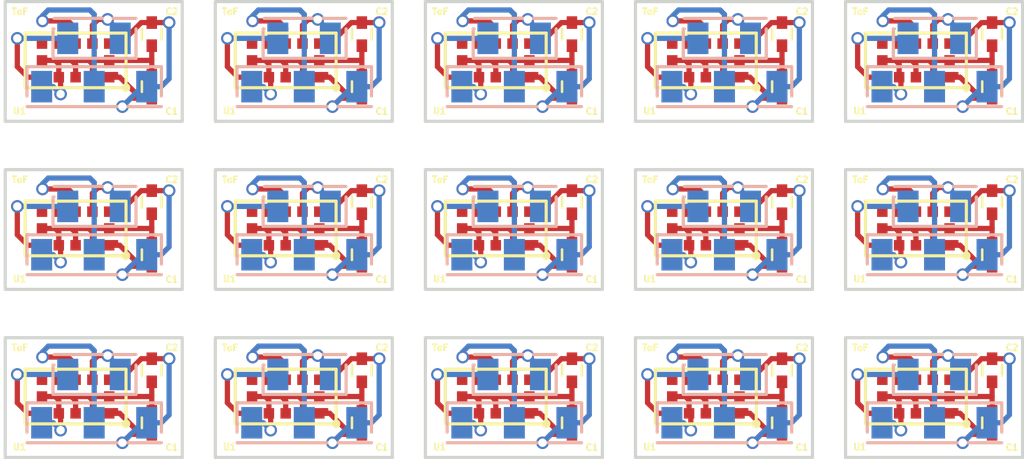
<source format=kicad_pcb>
(kicad_pcb (version 4) (host pcbnew 4.0.7-e2-6376~58~ubuntu16.04.1)
  (layers (0 F.Cu signal) (31 B.Cu signal) (34 B.Paste user) (35 F.Paste user) (36 B.SilkS user) (37 F.SilkS user) (38 B.Mask user) (39 F.Mask user) (44 Edge.Cuts user))
  (net 0 "")
  (net 1 VCC1)
  (net 2 GND1)
  (net 3 SCL1)
  (net 4 SIGNAL1)
  (net 5 SDA1)
  (module footprint:ToFTop (layer B.Cu) (at 116.325 65.45 180)
    (fp_text reference J1 hide)
    (fp_text value Top)
    (pad 1 smd rect (at -1.25 0.25 180) (size 1 1.5) (layers B.Cu B.Paste B.Mask) (net 3 SCL1))
    (pad 2 smd rect (at 1.25 0.25 180) (size 1 1.5) (layers B.Cu B.Paste B.Mask) (net 4 SIGNAL1))
  )
  (module footprint:ToFTop (layer B.Cu) (at 106.325 65.45 180)
    (fp_text reference J1 hide)
    (fp_text value Top)
    (pad 1 smd rect (at -1.25 0.25 180) (size 1 1.5) (layers B.Cu B.Paste B.Mask) (net 3 SCL1))
    (pad 2 smd rect (at 1.25 0.25 180) (size 1 1.5) (layers B.Cu B.Paste B.Mask) (net 4 SIGNAL1))
  )
  (module footprint:ToFTop (layer B.Cu) (at 96.325 65.45 180)
    (fp_text reference J1 hide)
    (fp_text value Top)
    (pad 1 smd rect (at -1.25 0.25 180) (size 1 1.5) (layers B.Cu B.Paste B.Mask) (net 3 SCL1))
    (pad 2 smd rect (at 1.25 0.25 180) (size 1 1.5) (layers B.Cu B.Paste B.Mask) (net 4 SIGNAL1))
  )
  (module footprint:ToFTop (layer B.Cu) (at 86.325 65.45 180)
    (fp_text reference J1 hide)
    (fp_text value Top)
    (pad 1 smd rect (at -1.25 0.25 180) (size 1 1.5) (layers B.Cu B.Paste B.Mask) (net 3 SCL1))
    (pad 2 smd rect (at 1.25 0.25 180) (size 1 1.5) (layers B.Cu B.Paste B.Mask) (net 4 SIGNAL1))
  )
  (module footprint:ToFTop (layer B.Cu) (at 76.325 65.45 180)
    (fp_text reference J1 hide)
    (fp_text value Top)
    (pad 1 smd rect (at -1.25 0.25 180) (size 1 1.5) (layers B.Cu B.Paste B.Mask) (net 3 SCL1))
    (pad 2 smd rect (at 1.25 0.25 180) (size 1 1.5) (layers B.Cu B.Paste B.Mask) (net 4 SIGNAL1))
  )
  (module footprint:ToFTop (layer B.Cu) (at 116.325 57.45 180)
    (fp_text reference J1 hide)
    (fp_text value Top)
    (pad 1 smd rect (at -1.25 0.25 180) (size 1 1.5) (layers B.Cu B.Paste B.Mask) (net 3 SCL1))
    (pad 2 smd rect (at 1.25 0.25 180) (size 1 1.5) (layers B.Cu B.Paste B.Mask) (net 4 SIGNAL1))
  )
  (module footprint:ToFTop (layer B.Cu) (at 106.325 57.45 180)
    (fp_text reference J1 hide)
    (fp_text value Top)
    (pad 1 smd rect (at -1.25 0.25 180) (size 1 1.5) (layers B.Cu B.Paste B.Mask) (net 3 SCL1))
    (pad 2 smd rect (at 1.25 0.25 180) (size 1 1.5) (layers B.Cu B.Paste B.Mask) (net 4 SIGNAL1))
  )
  (module footprint:ToFTop (layer B.Cu) (at 96.325 57.45 180)
    (fp_text reference J1 hide)
    (fp_text value Top)
    (pad 1 smd rect (at -1.25 0.25 180) (size 1 1.5) (layers B.Cu B.Paste B.Mask) (net 3 SCL1))
    (pad 2 smd rect (at 1.25 0.25 180) (size 1 1.5) (layers B.Cu B.Paste B.Mask) (net 4 SIGNAL1))
  )
  (module footprint:ToFTop (layer B.Cu) (at 86.325 57.45 180)
    (fp_text reference J1 hide)
    (fp_text value Top)
    (pad 1 smd rect (at -1.25 0.25 180) (size 1 1.5) (layers B.Cu B.Paste B.Mask) (net 3 SCL1))
    (pad 2 smd rect (at 1.25 0.25 180) (size 1 1.5) (layers B.Cu B.Paste B.Mask) (net 4 SIGNAL1))
  )
  (module footprint:ToFTop (layer B.Cu) (at 76.325 57.45 180)
    (fp_text reference J1 hide)
    (fp_text value Top)
    (pad 1 smd rect (at -1.25 0.25 180) (size 1 1.5) (layers B.Cu B.Paste B.Mask) (net 3 SCL1))
    (pad 2 smd rect (at 1.25 0.25 180) (size 1 1.5) (layers B.Cu B.Paste B.Mask) (net 4 SIGNAL1))
  )
  (module footprint:ToFTop (layer B.Cu) (at 116.325 49.45 180)
    (fp_text reference J1 hide)
    (fp_text value Top)
    (pad 1 smd rect (at -1.25 0.25 180) (size 1 1.5) (layers B.Cu B.Paste B.Mask) (net 3 SCL1))
    (pad 2 smd rect (at 1.25 0.25 180) (size 1 1.5) (layers B.Cu B.Paste B.Mask) (net 4 SIGNAL1))
  )
  (module footprint:ToFTop (layer B.Cu) (at 106.325 49.45 180)
    (fp_text reference J1 hide)
    (fp_text value Top)
    (pad 1 smd rect (at -1.25 0.25 180) (size 1 1.5) (layers B.Cu B.Paste B.Mask) (net 3 SCL1))
    (pad 2 smd rect (at 1.25 0.25 180) (size 1 1.5) (layers B.Cu B.Paste B.Mask) (net 4 SIGNAL1))
  )
  (module footprint:ToFTop (layer B.Cu) (at 96.325 49.45 180)
    (fp_text reference J1 hide)
    (fp_text value Top)
    (pad 1 smd rect (at -1.25 0.25 180) (size 1 1.5) (layers B.Cu B.Paste B.Mask) (net 3 SCL1))
    (pad 2 smd rect (at 1.25 0.25 180) (size 1 1.5) (layers B.Cu B.Paste B.Mask) (net 4 SIGNAL1))
  )
  (module footprint:ToFTop (layer B.Cu) (at 86.325 49.45 180)
    (fp_text reference J1 hide)
    (fp_text value Top)
    (pad 1 smd rect (at -1.25 0.25 180) (size 1 1.5) (layers B.Cu B.Paste B.Mask) (net 3 SCL1))
    (pad 2 smd rect (at 1.25 0.25 180) (size 1 1.5) (layers B.Cu B.Paste B.Mask) (net 4 SIGNAL1))
  )
  (module footprint:ToFBottom (layer B.Cu) (at 116.335 67.25 180)
    (fp_text reference J2 hide)
    (fp_text value Bot)
    (pad 1 smd rect (at -2.5 -0.25 180) (size 1 1.5) (layers B.Cu B.Paste B.Mask) (net 1 VCC1))
    (pad 2 smd rect (at 0 -0.25 180) (size 1 1.5) (layers B.Cu B.Paste B.Mask) (net 5 SDA1))
    (pad 3 smd rect (at 2.5 -0.25 180) (size 1 1.5) (layers B.Cu B.Paste B.Mask) (net 2 GND1))
  )
  (module footprint:ToFBottom (layer B.Cu) (at 106.335 67.25 180)
    (fp_text reference J2 hide)
    (fp_text value Bot)
    (pad 1 smd rect (at -2.5 -0.25 180) (size 1 1.5) (layers B.Cu B.Paste B.Mask) (net 1 VCC1))
    (pad 2 smd rect (at 0 -0.25 180) (size 1 1.5) (layers B.Cu B.Paste B.Mask) (net 5 SDA1))
    (pad 3 smd rect (at 2.5 -0.25 180) (size 1 1.5) (layers B.Cu B.Paste B.Mask) (net 2 GND1))
  )
  (module footprint:ToFBottom (layer B.Cu) (at 96.335 67.25 180)
    (fp_text reference J2 hide)
    (fp_text value Bot)
    (pad 1 smd rect (at -2.5 -0.25 180) (size 1 1.5) (layers B.Cu B.Paste B.Mask) (net 1 VCC1))
    (pad 2 smd rect (at 0 -0.25 180) (size 1 1.5) (layers B.Cu B.Paste B.Mask) (net 5 SDA1))
    (pad 3 smd rect (at 2.5 -0.25 180) (size 1 1.5) (layers B.Cu B.Paste B.Mask) (net 2 GND1))
  )
  (module footprint:ToFBottom (layer B.Cu) (at 86.335 67.25 180)
    (fp_text reference J2 hide)
    (fp_text value Bot)
    (pad 1 smd rect (at -2.5 -0.25 180) (size 1 1.5) (layers B.Cu B.Paste B.Mask) (net 1 VCC1))
    (pad 2 smd rect (at 0 -0.25 180) (size 1 1.5) (layers B.Cu B.Paste B.Mask) (net 5 SDA1))
    (pad 3 smd rect (at 2.5 -0.25 180) (size 1 1.5) (layers B.Cu B.Paste B.Mask) (net 2 GND1))
  )
  (module footprint:ToFBottom (layer B.Cu) (at 76.335 67.25 180)
    (fp_text reference J2 hide)
    (fp_text value Bot)
    (pad 1 smd rect (at -2.5 -0.25 180) (size 1 1.5) (layers B.Cu B.Paste B.Mask) (net 1 VCC1))
    (pad 2 smd rect (at 0 -0.25 180) (size 1 1.5) (layers B.Cu B.Paste B.Mask) (net 5 SDA1))
    (pad 3 smd rect (at 2.5 -0.25 180) (size 1 1.5) (layers B.Cu B.Paste B.Mask) (net 2 GND1))
  )
  (module footprint:ToFBottom (layer B.Cu) (at 116.335 59.25 180)
    (fp_text reference J2 hide)
    (fp_text value Bot)
    (pad 1 smd rect (at -2.5 -0.25 180) (size 1 1.5) (layers B.Cu B.Paste B.Mask) (net 1 VCC1))
    (pad 2 smd rect (at 0 -0.25 180) (size 1 1.5) (layers B.Cu B.Paste B.Mask) (net 5 SDA1))
    (pad 3 smd rect (at 2.5 -0.25 180) (size 1 1.5) (layers B.Cu B.Paste B.Mask) (net 2 GND1))
  )
  (module footprint:ToFBottom (layer B.Cu) (at 106.335 59.25 180)
    (fp_text reference J2 hide)
    (fp_text value Bot)
    (pad 1 smd rect (at -2.5 -0.25 180) (size 1 1.5) (layers B.Cu B.Paste B.Mask) (net 1 VCC1))
    (pad 2 smd rect (at 0 -0.25 180) (size 1 1.5) (layers B.Cu B.Paste B.Mask) (net 5 SDA1))
    (pad 3 smd rect (at 2.5 -0.25 180) (size 1 1.5) (layers B.Cu B.Paste B.Mask) (net 2 GND1))
  )
  (module footprint:ToFBottom (layer B.Cu) (at 96.335 59.25 180)
    (fp_text reference J2 hide)
    (fp_text value Bot)
    (pad 1 smd rect (at -2.5 -0.25 180) (size 1 1.5) (layers B.Cu B.Paste B.Mask) (net 1 VCC1))
    (pad 2 smd rect (at 0 -0.25 180) (size 1 1.5) (layers B.Cu B.Paste B.Mask) (net 5 SDA1))
    (pad 3 smd rect (at 2.5 -0.25 180) (size 1 1.5) (layers B.Cu B.Paste B.Mask) (net 2 GND1))
  )
  (module footprint:ToFBottom (layer B.Cu) (at 86.335 59.25 180)
    (fp_text reference J2 hide)
    (fp_text value Bot)
    (pad 1 smd rect (at -2.5 -0.25 180) (size 1 1.5) (layers B.Cu B.Paste B.Mask) (net 1 VCC1))
    (pad 2 smd rect (at 0 -0.25 180) (size 1 1.5) (layers B.Cu B.Paste B.Mask) (net 5 SDA1))
    (pad 3 smd rect (at 2.5 -0.25 180) (size 1 1.5) (layers B.Cu B.Paste B.Mask) (net 2 GND1))
  )
  (module footprint:ToFBottom (layer B.Cu) (at 76.335 59.25 180)
    (fp_text reference J2 hide)
    (fp_text value Bot)
    (pad 1 smd rect (at -2.5 -0.25 180) (size 1 1.5) (layers B.Cu B.Paste B.Mask) (net 1 VCC1))
    (pad 2 smd rect (at 0 -0.25 180) (size 1 1.5) (layers B.Cu B.Paste B.Mask) (net 5 SDA1))
    (pad 3 smd rect (at 2.5 -0.25 180) (size 1 1.5) (layers B.Cu B.Paste B.Mask) (net 2 GND1))
  )
  (module footprint:ToFBottom (layer B.Cu) (at 116.335 51.25 180)
    (fp_text reference J2 hide)
    (fp_text value Bot)
    (pad 1 smd rect (at -2.5 -0.25 180) (size 1 1.5) (layers B.Cu B.Paste B.Mask) (net 1 VCC1))
    (pad 2 smd rect (at 0 -0.25 180) (size 1 1.5) (layers B.Cu B.Paste B.Mask) (net 5 SDA1))
    (pad 3 smd rect (at 2.5 -0.25 180) (size 1 1.5) (layers B.Cu B.Paste B.Mask) (net 2 GND1))
  )
  (module footprint:ToFBottom (layer B.Cu) (at 106.335 51.25 180)
    (fp_text reference J2 hide)
    (fp_text value Bot)
    (pad 1 smd rect (at -2.5 -0.25 180) (size 1 1.5) (layers B.Cu B.Paste B.Mask) (net 1 VCC1))
    (pad 2 smd rect (at 0 -0.25 180) (size 1 1.5) (layers B.Cu B.Paste B.Mask) (net 5 SDA1))
    (pad 3 smd rect (at 2.5 -0.25 180) (size 1 1.5) (layers B.Cu B.Paste B.Mask) (net 2 GND1))
  )
  (module footprint:ToFBottom (layer B.Cu) (at 96.335 51.25 180)
    (fp_text reference J2 hide)
    (fp_text value Bot)
    (pad 1 smd rect (at -2.5 -0.25 180) (size 1 1.5) (layers B.Cu B.Paste B.Mask) (net 1 VCC1))
    (pad 2 smd rect (at 0 -0.25 180) (size 1 1.5) (layers B.Cu B.Paste B.Mask) (net 5 SDA1))
    (pad 3 smd rect (at 2.5 -0.25 180) (size 1 1.5) (layers B.Cu B.Paste B.Mask) (net 2 GND1))
  )
  (module footprint:ToFBottom (layer B.Cu) (at 86.335 51.25 180)
    (fp_text reference J2 hide)
    (fp_text value Bot)
    (pad 1 smd rect (at -2.5 -0.25 180) (size 1 1.5) (layers B.Cu B.Paste B.Mask) (net 1 VCC1))
    (pad 2 smd rect (at 0 -0.25 180) (size 1 1.5) (layers B.Cu B.Paste B.Mask) (net 5 SDA1))
    (pad 3 smd rect (at 2.5 -0.25 180) (size 1 1.5) (layers B.Cu B.Paste B.Mask) (net 2 GND1))
  )
  (module Capacitors_SMD:C_0402 (layer F.Cu) (at 119.075 65 270)
    (fp_text reference C2 (at -1.075 -0.95 540) (layer F.SilkS) (effects (font (size 0.3 0.3) (thickness 0.075))))
    (fp_text value 4.7u)
    (pad 1 smd rect (at -0.55 0 270) (size 0.6 0.5) (layers F.Cu F.Paste F.Mask) (net 1 VCC1))
    (pad 2 smd rect (at 0.55 0 270) (size 0.6 0.5) (layers F.Cu F.Paste F.Mask) (net 2 GND1))
  )
  (module Capacitors_SMD:C_0402 (layer F.Cu) (at 109.075 65 270)
    (fp_text reference C2 (at -1.075 -0.95 540) (layer F.SilkS) (effects (font (size 0.3 0.3) (thickness 0.075))))
    (fp_text value 4.7u)
    (pad 1 smd rect (at -0.55 0 270) (size 0.6 0.5) (layers F.Cu F.Paste F.Mask) (net 1 VCC1))
    (pad 2 smd rect (at 0.55 0 270) (size 0.6 0.5) (layers F.Cu F.Paste F.Mask) (net 2 GND1))
  )
  (module Capacitors_SMD:C_0402 (layer F.Cu) (at 99.075 65 270)
    (fp_text reference C2 (at -1.075 -0.95 540) (layer F.SilkS) (effects (font (size 0.3 0.3) (thickness 0.075))))
    (fp_text value 4.7u)
    (pad 1 smd rect (at -0.55 0 270) (size 0.6 0.5) (layers F.Cu F.Paste F.Mask) (net 1 VCC1))
    (pad 2 smd rect (at 0.55 0 270) (size 0.6 0.5) (layers F.Cu F.Paste F.Mask) (net 2 GND1))
  )
  (module Capacitors_SMD:C_0402 (layer F.Cu) (at 89.075 65 270)
    (fp_text reference C2 (at -1.075 -0.95 540) (layer F.SilkS) (effects (font (size 0.3 0.3) (thickness 0.075))))
    (fp_text value 4.7u)
    (pad 1 smd rect (at -0.55 0 270) (size 0.6 0.5) (layers F.Cu F.Paste F.Mask) (net 1 VCC1))
    (pad 2 smd rect (at 0.55 0 270) (size 0.6 0.5) (layers F.Cu F.Paste F.Mask) (net 2 GND1))
  )
  (module Capacitors_SMD:C_0402 (layer F.Cu) (at 79.075 65 270)
    (fp_text reference C2 (at -1.075 -0.95 540) (layer F.SilkS) (effects (font (size 0.3 0.3) (thickness 0.075))))
    (fp_text value 4.7u)
    (pad 1 smd rect (at -0.55 0 270) (size 0.6 0.5) (layers F.Cu F.Paste F.Mask) (net 1 VCC1))
    (pad 2 smd rect (at 0.55 0 270) (size 0.6 0.5) (layers F.Cu F.Paste F.Mask) (net 2 GND1))
  )
  (module Capacitors_SMD:C_0402 (layer F.Cu) (at 119.075 57 270)
    (fp_text reference C2 (at -1.075 -0.95 540) (layer F.SilkS) (effects (font (size 0.3 0.3) (thickness 0.075))))
    (fp_text value 4.7u)
    (pad 1 smd rect (at -0.55 0 270) (size 0.6 0.5) (layers F.Cu F.Paste F.Mask) (net 1 VCC1))
    (pad 2 smd rect (at 0.55 0 270) (size 0.6 0.5) (layers F.Cu F.Paste F.Mask) (net 2 GND1))
  )
  (module Capacitors_SMD:C_0402 (layer F.Cu) (at 109.075 57 270)
    (fp_text reference C2 (at -1.075 -0.95 540) (layer F.SilkS) (effects (font (size 0.3 0.3) (thickness 0.075))))
    (fp_text value 4.7u)
    (pad 1 smd rect (at -0.55 0 270) (size 0.6 0.5) (layers F.Cu F.Paste F.Mask) (net 1 VCC1))
    (pad 2 smd rect (at 0.55 0 270) (size 0.6 0.5) (layers F.Cu F.Paste F.Mask) (net 2 GND1))
  )
  (module Capacitors_SMD:C_0402 (layer F.Cu) (at 99.075 57 270)
    (fp_text reference C2 (at -1.075 -0.95 540) (layer F.SilkS) (effects (font (size 0.3 0.3) (thickness 0.075))))
    (fp_text value 4.7u)
    (pad 1 smd rect (at -0.55 0 270) (size 0.6 0.5) (layers F.Cu F.Paste F.Mask) (net 1 VCC1))
    (pad 2 smd rect (at 0.55 0 270) (size 0.6 0.5) (layers F.Cu F.Paste F.Mask) (net 2 GND1))
  )
  (module Capacitors_SMD:C_0402 (layer F.Cu) (at 89.075 57 270)
    (fp_text reference C2 (at -1.075 -0.95 540) (layer F.SilkS) (effects (font (size 0.3 0.3) (thickness 0.075))))
    (fp_text value 4.7u)
    (pad 1 smd rect (at -0.55 0 270) (size 0.6 0.5) (layers F.Cu F.Paste F.Mask) (net 1 VCC1))
    (pad 2 smd rect (at 0.55 0 270) (size 0.6 0.5) (layers F.Cu F.Paste F.Mask) (net 2 GND1))
  )
  (module Capacitors_SMD:C_0402 (layer F.Cu) (at 79.075 57 270)
    (fp_text reference C2 (at -1.075 -0.95 540) (layer F.SilkS) (effects (font (size 0.3 0.3) (thickness 0.075))))
    (fp_text value 4.7u)
    (pad 1 smd rect (at -0.55 0 270) (size 0.6 0.5) (layers F.Cu F.Paste F.Mask) (net 1 VCC1))
    (pad 2 smd rect (at 0.55 0 270) (size 0.6 0.5) (layers F.Cu F.Paste F.Mask) (net 2 GND1))
  )
  (module Capacitors_SMD:C_0402 (layer F.Cu) (at 119.075 49 270)
    (fp_text reference C2 (at -1.075 -0.95 540) (layer F.SilkS) (effects (font (size 0.3 0.3) (thickness 0.075))))
    (fp_text value 4.7u)
    (pad 1 smd rect (at -0.55 0 270) (size 0.6 0.5) (layers F.Cu F.Paste F.Mask) (net 1 VCC1))
    (pad 2 smd rect (at 0.55 0 270) (size 0.6 0.5) (layers F.Cu F.Paste F.Mask) (net 2 GND1))
  )
  (module Capacitors_SMD:C_0402 (layer F.Cu) (at 109.075 49 270)
    (fp_text reference C2 (at -1.075 -0.95 540) (layer F.SilkS) (effects (font (size 0.3 0.3) (thickness 0.075))))
    (fp_text value 4.7u)
    (pad 1 smd rect (at -0.55 0 270) (size 0.6 0.5) (layers F.Cu F.Paste F.Mask) (net 1 VCC1))
    (pad 2 smd rect (at 0.55 0 270) (size 0.6 0.5) (layers F.Cu F.Paste F.Mask) (net 2 GND1))
  )
  (module Capacitors_SMD:C_0402 (layer F.Cu) (at 99.075 49 270)
    (fp_text reference C2 (at -1.075 -0.95 540) (layer F.SilkS) (effects (font (size 0.3 0.3) (thickness 0.075))))
    (fp_text value 4.7u)
    (pad 1 smd rect (at -0.55 0 270) (size 0.6 0.5) (layers F.Cu F.Paste F.Mask) (net 1 VCC1))
    (pad 2 smd rect (at 0.55 0 270) (size 0.6 0.5) (layers F.Cu F.Paste F.Mask) (net 2 GND1))
  )
  (module Capacitors_SMD:C_0402 (layer F.Cu) (at 89.075 49 270)
    (fp_text reference C2 (at -1.075 -0.95 540) (layer F.SilkS) (effects (font (size 0.3 0.3) (thickness 0.075))))
    (fp_text value 4.7u)
    (pad 1 smd rect (at -0.55 0 270) (size 0.6 0.5) (layers F.Cu F.Paste F.Mask) (net 1 VCC1))
    (pad 2 smd rect (at 0.55 0 270) (size 0.6 0.5) (layers F.Cu F.Paste F.Mask) (net 2 GND1))
  )
  (module footprint:VL53L1X (layer F.Cu) (at 117.05 67.05 90)
    (fp_text reference U1 (at -1.6 -4.275 360) (layer F.SilkS) (effects (font (size 0.3 0.3) (thickness 0.075))))
    (fp_text value VL53L1X)
    (pad 1 smd rect (at 0 0 90) (size 0.5 0.5) (layers F.Cu F.Paste F.Mask) (net 1 VCC1))
    (pad 2 smd rect (at 0 -0.8 90) (size 0.5 0.5) (layers F.Cu F.Paste F.Mask) (net 2 GND1))
    (pad 3 smd rect (at 0 -1.6 90) (size 0.5 0.5) (layers F.Cu F.Paste F.Mask) (net 2 GND1))
    (pad 4 smd rect (at 0 -2.4 90) (size 0.5 0.5) (layers F.Cu F.Paste F.Mask) (net 2 GND1))
    (pad 5 smd rect (at 0 -3.2 90) (size 0.5 0.5) (layers F.Cu F.Paste F.Mask) (net 4 SIGNAL1))
    (pad 6 smd rect (at 0.8 -3.2 90) (size 0.5 0.5) (layers F.Cu F.Paste F.Mask) (net 2 GND1))
    (pad 7 smd rect (at 1.6 -3.2 90) (size 0.5 0.5) (layers F.Cu F.Paste F.Mask))
    (pad 8 smd rect (at 1.6 -2.4 90) (size 0.5 0.5) (layers F.Cu F.Paste F.Mask))
    (pad 9 smd rect (at 1.6 -1.6 90) (size 0.5 0.5) (layers F.Cu F.Paste F.Mask) (net 5 SDA1))
    (pad 10 smd rect (at 1.6 -0.8 90) (size 0.5 0.5) (layers F.Cu F.Paste F.Mask) (net 3 SCL1))
    (pad 11 smd rect (at 1.6 0 90) (size 0.5 0.5) (layers F.Cu F.Paste F.Mask) (net 1 VCC1))
    (pad 12 smd rect (at 0.8 0 90) (size 0.5 0.5) (layers F.Cu F.Paste F.Mask) (net 2 GND1))
    (pad 1 smd rect (at 0.125 0.3 90) (size 0.25 0.25) (layers F.Cu F.Paste F.Mask) (net 1 VCC1))
  )
  (module footprint:VL53L1X (layer F.Cu) (at 107.05 67.05 90)
    (fp_text reference U1 (at -1.6 -4.275 360) (layer F.SilkS) (effects (font (size 0.3 0.3) (thickness 0.075))))
    (fp_text value VL53L1X)
    (pad 1 smd rect (at 0 0 90) (size 0.5 0.5) (layers F.Cu F.Paste F.Mask) (net 1 VCC1))
    (pad 2 smd rect (at 0 -0.8 90) (size 0.5 0.5) (layers F.Cu F.Paste F.Mask) (net 2 GND1))
    (pad 3 smd rect (at 0 -1.6 90) (size 0.5 0.5) (layers F.Cu F.Paste F.Mask) (net 2 GND1))
    (pad 4 smd rect (at 0 -2.4 90) (size 0.5 0.5) (layers F.Cu F.Paste F.Mask) (net 2 GND1))
    (pad 5 smd rect (at 0 -3.2 90) (size 0.5 0.5) (layers F.Cu F.Paste F.Mask) (net 4 SIGNAL1))
    (pad 6 smd rect (at 0.8 -3.2 90) (size 0.5 0.5) (layers F.Cu F.Paste F.Mask) (net 2 GND1))
    (pad 7 smd rect (at 1.6 -3.2 90) (size 0.5 0.5) (layers F.Cu F.Paste F.Mask))
    (pad 8 smd rect (at 1.6 -2.4 90) (size 0.5 0.5) (layers F.Cu F.Paste F.Mask))
    (pad 9 smd rect (at 1.6 -1.6 90) (size 0.5 0.5) (layers F.Cu F.Paste F.Mask) (net 5 SDA1))
    (pad 10 smd rect (at 1.6 -0.8 90) (size 0.5 0.5) (layers F.Cu F.Paste F.Mask) (net 3 SCL1))
    (pad 11 smd rect (at 1.6 0 90) (size 0.5 0.5) (layers F.Cu F.Paste F.Mask) (net 1 VCC1))
    (pad 12 smd rect (at 0.8 0 90) (size 0.5 0.5) (layers F.Cu F.Paste F.Mask) (net 2 GND1))
    (pad 1 smd rect (at 0.125 0.3 90) (size 0.25 0.25) (layers F.Cu F.Paste F.Mask) (net 1 VCC1))
  )
  (module footprint:VL53L1X (layer F.Cu) (at 97.05 67.05 90)
    (fp_text reference U1 (at -1.6 -4.275 360) (layer F.SilkS) (effects (font (size 0.3 0.3) (thickness 0.075))))
    (fp_text value VL53L1X)
    (pad 1 smd rect (at 0 0 90) (size 0.5 0.5) (layers F.Cu F.Paste F.Mask) (net 1 VCC1))
    (pad 2 smd rect (at 0 -0.8 90) (size 0.5 0.5) (layers F.Cu F.Paste F.Mask) (net 2 GND1))
    (pad 3 smd rect (at 0 -1.6 90) (size 0.5 0.5) (layers F.Cu F.Paste F.Mask) (net 2 GND1))
    (pad 4 smd rect (at 0 -2.4 90) (size 0.5 0.5) (layers F.Cu F.Paste F.Mask) (net 2 GND1))
    (pad 5 smd rect (at 0 -3.2 90) (size 0.5 0.5) (layers F.Cu F.Paste F.Mask) (net 4 SIGNAL1))
    (pad 6 smd rect (at 0.8 -3.2 90) (size 0.5 0.5) (layers F.Cu F.Paste F.Mask) (net 2 GND1))
    (pad 7 smd rect (at 1.6 -3.2 90) (size 0.5 0.5) (layers F.Cu F.Paste F.Mask))
    (pad 8 smd rect (at 1.6 -2.4 90) (size 0.5 0.5) (layers F.Cu F.Paste F.Mask))
    (pad 9 smd rect (at 1.6 -1.6 90) (size 0.5 0.5) (layers F.Cu F.Paste F.Mask) (net 5 SDA1))
    (pad 10 smd rect (at 1.6 -0.8 90) (size 0.5 0.5) (layers F.Cu F.Paste F.Mask) (net 3 SCL1))
    (pad 11 smd rect (at 1.6 0 90) (size 0.5 0.5) (layers F.Cu F.Paste F.Mask) (net 1 VCC1))
    (pad 12 smd rect (at 0.8 0 90) (size 0.5 0.5) (layers F.Cu F.Paste F.Mask) (net 2 GND1))
    (pad 1 smd rect (at 0.125 0.3 90) (size 0.25 0.25) (layers F.Cu F.Paste F.Mask) (net 1 VCC1))
  )
  (module footprint:VL53L1X (layer F.Cu) (at 87.05 67.05 90)
    (fp_text reference U1 (at -1.6 -4.275 360) (layer F.SilkS) (effects (font (size 0.3 0.3) (thickness 0.075))))
    (fp_text value VL53L1X)
    (pad 1 smd rect (at 0 0 90) (size 0.5 0.5) (layers F.Cu F.Paste F.Mask) (net 1 VCC1))
    (pad 2 smd rect (at 0 -0.8 90) (size 0.5 0.5) (layers F.Cu F.Paste F.Mask) (net 2 GND1))
    (pad 3 smd rect (at 0 -1.6 90) (size 0.5 0.5) (layers F.Cu F.Paste F.Mask) (net 2 GND1))
    (pad 4 smd rect (at 0 -2.4 90) (size 0.5 0.5) (layers F.Cu F.Paste F.Mask) (net 2 GND1))
    (pad 5 smd rect (at 0 -3.2 90) (size 0.5 0.5) (layers F.Cu F.Paste F.Mask) (net 4 SIGNAL1))
    (pad 6 smd rect (at 0.8 -3.2 90) (size 0.5 0.5) (layers F.Cu F.Paste F.Mask) (net 2 GND1))
    (pad 7 smd rect (at 1.6 -3.2 90) (size 0.5 0.5) (layers F.Cu F.Paste F.Mask))
    (pad 8 smd rect (at 1.6 -2.4 90) (size 0.5 0.5) (layers F.Cu F.Paste F.Mask))
    (pad 9 smd rect (at 1.6 -1.6 90) (size 0.5 0.5) (layers F.Cu F.Paste F.Mask) (net 5 SDA1))
    (pad 10 smd rect (at 1.6 -0.8 90) (size 0.5 0.5) (layers F.Cu F.Paste F.Mask) (net 3 SCL1))
    (pad 11 smd rect (at 1.6 0 90) (size 0.5 0.5) (layers F.Cu F.Paste F.Mask) (net 1 VCC1))
    (pad 12 smd rect (at 0.8 0 90) (size 0.5 0.5) (layers F.Cu F.Paste F.Mask) (net 2 GND1))
    (pad 1 smd rect (at 0.125 0.3 90) (size 0.25 0.25) (layers F.Cu F.Paste F.Mask) (net 1 VCC1))
  )
  (module footprint:VL53L1X (layer F.Cu) (at 77.05 67.05 90)
    (fp_text reference U1 (at -1.6 -4.275 360) (layer F.SilkS) (effects (font (size 0.3 0.3) (thickness 0.075))))
    (fp_text value VL53L1X)
    (pad 1 smd rect (at 0 0 90) (size 0.5 0.5) (layers F.Cu F.Paste F.Mask) (net 1 VCC1))
    (pad 2 smd rect (at 0 -0.8 90) (size 0.5 0.5) (layers F.Cu F.Paste F.Mask) (net 2 GND1))
    (pad 3 smd rect (at 0 -1.6 90) (size 0.5 0.5) (layers F.Cu F.Paste F.Mask) (net 2 GND1))
    (pad 4 smd rect (at 0 -2.4 90) (size 0.5 0.5) (layers F.Cu F.Paste F.Mask) (net 2 GND1))
    (pad 5 smd rect (at 0 -3.2 90) (size 0.5 0.5) (layers F.Cu F.Paste F.Mask) (net 4 SIGNAL1))
    (pad 6 smd rect (at 0.8 -3.2 90) (size 0.5 0.5) (layers F.Cu F.Paste F.Mask) (net 2 GND1))
    (pad 7 smd rect (at 1.6 -3.2 90) (size 0.5 0.5) (layers F.Cu F.Paste F.Mask))
    (pad 8 smd rect (at 1.6 -2.4 90) (size 0.5 0.5) (layers F.Cu F.Paste F.Mask))
    (pad 9 smd rect (at 1.6 -1.6 90) (size 0.5 0.5) (layers F.Cu F.Paste F.Mask) (net 5 SDA1))
    (pad 10 smd rect (at 1.6 -0.8 90) (size 0.5 0.5) (layers F.Cu F.Paste F.Mask) (net 3 SCL1))
    (pad 11 smd rect (at 1.6 0 90) (size 0.5 0.5) (layers F.Cu F.Paste F.Mask) (net 1 VCC1))
    (pad 12 smd rect (at 0.8 0 90) (size 0.5 0.5) (layers F.Cu F.Paste F.Mask) (net 2 GND1))
    (pad 1 smd rect (at 0.125 0.3 90) (size 0.25 0.25) (layers F.Cu F.Paste F.Mask) (net 1 VCC1))
  )
  (module footprint:VL53L1X (layer F.Cu) (at 117.05 59.05 90)
    (fp_text reference U1 (at -1.6 -4.275 360) (layer F.SilkS) (effects (font (size 0.3 0.3) (thickness 0.075))))
    (fp_text value VL53L1X)
    (pad 1 smd rect (at 0 0 90) (size 0.5 0.5) (layers F.Cu F.Paste F.Mask) (net 1 VCC1))
    (pad 2 smd rect (at 0 -0.8 90) (size 0.5 0.5) (layers F.Cu F.Paste F.Mask) (net 2 GND1))
    (pad 3 smd rect (at 0 -1.6 90) (size 0.5 0.5) (layers F.Cu F.Paste F.Mask) (net 2 GND1))
    (pad 4 smd rect (at 0 -2.4 90) (size 0.5 0.5) (layers F.Cu F.Paste F.Mask) (net 2 GND1))
    (pad 5 smd rect (at 0 -3.2 90) (size 0.5 0.5) (layers F.Cu F.Paste F.Mask) (net 4 SIGNAL1))
    (pad 6 smd rect (at 0.8 -3.2 90) (size 0.5 0.5) (layers F.Cu F.Paste F.Mask) (net 2 GND1))
    (pad 7 smd rect (at 1.6 -3.2 90) (size 0.5 0.5) (layers F.Cu F.Paste F.Mask))
    (pad 8 smd rect (at 1.6 -2.4 90) (size 0.5 0.5) (layers F.Cu F.Paste F.Mask))
    (pad 9 smd rect (at 1.6 -1.6 90) (size 0.5 0.5) (layers F.Cu F.Paste F.Mask) (net 5 SDA1))
    (pad 10 smd rect (at 1.6 -0.8 90) (size 0.5 0.5) (layers F.Cu F.Paste F.Mask) (net 3 SCL1))
    (pad 11 smd rect (at 1.6 0 90) (size 0.5 0.5) (layers F.Cu F.Paste F.Mask) (net 1 VCC1))
    (pad 12 smd rect (at 0.8 0 90) (size 0.5 0.5) (layers F.Cu F.Paste F.Mask) (net 2 GND1))
    (pad 1 smd rect (at 0.125 0.3 90) (size 0.25 0.25) (layers F.Cu F.Paste F.Mask) (net 1 VCC1))
  )
  (module footprint:VL53L1X (layer F.Cu) (at 107.05 59.05 90)
    (fp_text reference U1 (at -1.6 -4.275 360) (layer F.SilkS) (effects (font (size 0.3 0.3) (thickness 0.075))))
    (fp_text value VL53L1X)
    (pad 1 smd rect (at 0 0 90) (size 0.5 0.5) (layers F.Cu F.Paste F.Mask) (net 1 VCC1))
    (pad 2 smd rect (at 0 -0.8 90) (size 0.5 0.5) (layers F.Cu F.Paste F.Mask) (net 2 GND1))
    (pad 3 smd rect (at 0 -1.6 90) (size 0.5 0.5) (layers F.Cu F.Paste F.Mask) (net 2 GND1))
    (pad 4 smd rect (at 0 -2.4 90) (size 0.5 0.5) (layers F.Cu F.Paste F.Mask) (net 2 GND1))
    (pad 5 smd rect (at 0 -3.2 90) (size 0.5 0.5) (layers F.Cu F.Paste F.Mask) (net 4 SIGNAL1))
    (pad 6 smd rect (at 0.8 -3.2 90) (size 0.5 0.5) (layers F.Cu F.Paste F.Mask) (net 2 GND1))
    (pad 7 smd rect (at 1.6 -3.2 90) (size 0.5 0.5) (layers F.Cu F.Paste F.Mask))
    (pad 8 smd rect (at 1.6 -2.4 90) (size 0.5 0.5) (layers F.Cu F.Paste F.Mask))
    (pad 9 smd rect (at 1.6 -1.6 90) (size 0.5 0.5) (layers F.Cu F.Paste F.Mask) (net 5 SDA1))
    (pad 10 smd rect (at 1.6 -0.8 90) (size 0.5 0.5) (layers F.Cu F.Paste F.Mask) (net 3 SCL1))
    (pad 11 smd rect (at 1.6 0 90) (size 0.5 0.5) (layers F.Cu F.Paste F.Mask) (net 1 VCC1))
    (pad 12 smd rect (at 0.8 0 90) (size 0.5 0.5) (layers F.Cu F.Paste F.Mask) (net 2 GND1))
    (pad 1 smd rect (at 0.125 0.3 90) (size 0.25 0.25) (layers F.Cu F.Paste F.Mask) (net 1 VCC1))
  )
  (module footprint:VL53L1X (layer F.Cu) (at 97.05 59.05 90)
    (fp_text reference U1 (at -1.6 -4.275 360) (layer F.SilkS) (effects (font (size 0.3 0.3) (thickness 0.075))))
    (fp_text value VL53L1X)
    (pad 1 smd rect (at 0 0 90) (size 0.5 0.5) (layers F.Cu F.Paste F.Mask) (net 1 VCC1))
    (pad 2 smd rect (at 0 -0.8 90) (size 0.5 0.5) (layers F.Cu F.Paste F.Mask) (net 2 GND1))
    (pad 3 smd rect (at 0 -1.6 90) (size 0.5 0.5) (layers F.Cu F.Paste F.Mask) (net 2 GND1))
    (pad 4 smd rect (at 0 -2.4 90) (size 0.5 0.5) (layers F.Cu F.Paste F.Mask) (net 2 GND1))
    (pad 5 smd rect (at 0 -3.2 90) (size 0.5 0.5) (layers F.Cu F.Paste F.Mask) (net 4 SIGNAL1))
    (pad 6 smd rect (at 0.8 -3.2 90) (size 0.5 0.5) (layers F.Cu F.Paste F.Mask) (net 2 GND1))
    (pad 7 smd rect (at 1.6 -3.2 90) (size 0.5 0.5) (layers F.Cu F.Paste F.Mask))
    (pad 8 smd rect (at 1.6 -2.4 90) (size 0.5 0.5) (layers F.Cu F.Paste F.Mask))
    (pad 9 smd rect (at 1.6 -1.6 90) (size 0.5 0.5) (layers F.Cu F.Paste F.Mask) (net 5 SDA1))
    (pad 10 smd rect (at 1.6 -0.8 90) (size 0.5 0.5) (layers F.Cu F.Paste F.Mask) (net 3 SCL1))
    (pad 11 smd rect (at 1.6 0 90) (size 0.5 0.5) (layers F.Cu F.Paste F.Mask) (net 1 VCC1))
    (pad 12 smd rect (at 0.8 0 90) (size 0.5 0.5) (layers F.Cu F.Paste F.Mask) (net 2 GND1))
    (pad 1 smd rect (at 0.125 0.3 90) (size 0.25 0.25) (layers F.Cu F.Paste F.Mask) (net 1 VCC1))
  )
  (module footprint:VL53L1X (layer F.Cu) (at 87.05 59.05 90)
    (fp_text reference U1 (at -1.6 -4.275 360) (layer F.SilkS) (effects (font (size 0.3 0.3) (thickness 0.075))))
    (fp_text value VL53L1X)
    (pad 1 smd rect (at 0 0 90) (size 0.5 0.5) (layers F.Cu F.Paste F.Mask) (net 1 VCC1))
    (pad 2 smd rect (at 0 -0.8 90) (size 0.5 0.5) (layers F.Cu F.Paste F.Mask) (net 2 GND1))
    (pad 3 smd rect (at 0 -1.6 90) (size 0.5 0.5) (layers F.Cu F.Paste F.Mask) (net 2 GND1))
    (pad 4 smd rect (at 0 -2.4 90) (size 0.5 0.5) (layers F.Cu F.Paste F.Mask) (net 2 GND1))
    (pad 5 smd rect (at 0 -3.2 90) (size 0.5 0.5) (layers F.Cu F.Paste F.Mask) (net 4 SIGNAL1))
    (pad 6 smd rect (at 0.8 -3.2 90) (size 0.5 0.5) (layers F.Cu F.Paste F.Mask) (net 2 GND1))
    (pad 7 smd rect (at 1.6 -3.2 90) (size 0.5 0.5) (layers F.Cu F.Paste F.Mask))
    (pad 8 smd rect (at 1.6 -2.4 90) (size 0.5 0.5) (layers F.Cu F.Paste F.Mask))
    (pad 9 smd rect (at 1.6 -1.6 90) (size 0.5 0.5) (layers F.Cu F.Paste F.Mask) (net 5 SDA1))
    (pad 10 smd rect (at 1.6 -0.8 90) (size 0.5 0.5) (layers F.Cu F.Paste F.Mask) (net 3 SCL1))
    (pad 11 smd rect (at 1.6 0 90) (size 0.5 0.5) (layers F.Cu F.Paste F.Mask) (net 1 VCC1))
    (pad 12 smd rect (at 0.8 0 90) (size 0.5 0.5) (layers F.Cu F.Paste F.Mask) (net 2 GND1))
    (pad 1 smd rect (at 0.125 0.3 90) (size 0.25 0.25) (layers F.Cu F.Paste F.Mask) (net 1 VCC1))
  )
  (module footprint:VL53L1X (layer F.Cu) (at 77.05 59.05 90)
    (fp_text reference U1 (at -1.6 -4.275 360) (layer F.SilkS) (effects (font (size 0.3 0.3) (thickness 0.075))))
    (fp_text value VL53L1X)
    (pad 1 smd rect (at 0 0 90) (size 0.5 0.5) (layers F.Cu F.Paste F.Mask) (net 1 VCC1))
    (pad 2 smd rect (at 0 -0.8 90) (size 0.5 0.5) (layers F.Cu F.Paste F.Mask) (net 2 GND1))
    (pad 3 smd rect (at 0 -1.6 90) (size 0.5 0.5) (layers F.Cu F.Paste F.Mask) (net 2 GND1))
    (pad 4 smd rect (at 0 -2.4 90) (size 0.5 0.5) (layers F.Cu F.Paste F.Mask) (net 2 GND1))
    (pad 5 smd rect (at 0 -3.2 90) (size 0.5 0.5) (layers F.Cu F.Paste F.Mask) (net 4 SIGNAL1))
    (pad 6 smd rect (at 0.8 -3.2 90) (size 0.5 0.5) (layers F.Cu F.Paste F.Mask) (net 2 GND1))
    (pad 7 smd rect (at 1.6 -3.2 90) (size 0.5 0.5) (layers F.Cu F.Paste F.Mask))
    (pad 8 smd rect (at 1.6 -2.4 90) (size 0.5 0.5) (layers F.Cu F.Paste F.Mask))
    (pad 9 smd rect (at 1.6 -1.6 90) (size 0.5 0.5) (layers F.Cu F.Paste F.Mask) (net 5 SDA1))
    (pad 10 smd rect (at 1.6 -0.8 90) (size 0.5 0.5) (layers F.Cu F.Paste F.Mask) (net 3 SCL1))
    (pad 11 smd rect (at 1.6 0 90) (size 0.5 0.5) (layers F.Cu F.Paste F.Mask) (net 1 VCC1))
    (pad 12 smd rect (at 0.8 0 90) (size 0.5 0.5) (layers F.Cu F.Paste F.Mask) (net 2 GND1))
    (pad 1 smd rect (at 0.125 0.3 90) (size 0.25 0.25) (layers F.Cu F.Paste F.Mask) (net 1 VCC1))
  )
  (module footprint:VL53L1X (layer F.Cu) (at 117.05 51.05 90)
    (fp_text reference U1 (at -1.6 -4.275 360) (layer F.SilkS) (effects (font (size 0.3 0.3) (thickness 0.075))))
    (fp_text value VL53L1X)
    (pad 1 smd rect (at 0 0 90) (size 0.5 0.5) (layers F.Cu F.Paste F.Mask) (net 1 VCC1))
    (pad 2 smd rect (at 0 -0.8 90) (size 0.5 0.5) (layers F.Cu F.Paste F.Mask) (net 2 GND1))
    (pad 3 smd rect (at 0 -1.6 90) (size 0.5 0.5) (layers F.Cu F.Paste F.Mask) (net 2 GND1))
    (pad 4 smd rect (at 0 -2.4 90) (size 0.5 0.5) (layers F.Cu F.Paste F.Mask) (net 2 GND1))
    (pad 5 smd rect (at 0 -3.2 90) (size 0.5 0.5) (layers F.Cu F.Paste F.Mask) (net 4 SIGNAL1))
    (pad 6 smd rect (at 0.8 -3.2 90) (size 0.5 0.5) (layers F.Cu F.Paste F.Mask) (net 2 GND1))
    (pad 7 smd rect (at 1.6 -3.2 90) (size 0.5 0.5) (layers F.Cu F.Paste F.Mask))
    (pad 8 smd rect (at 1.6 -2.4 90) (size 0.5 0.5) (layers F.Cu F.Paste F.Mask))
    (pad 9 smd rect (at 1.6 -1.6 90) (size 0.5 0.5) (layers F.Cu F.Paste F.Mask) (net 5 SDA1))
    (pad 10 smd rect (at 1.6 -0.8 90) (size 0.5 0.5) (layers F.Cu F.Paste F.Mask) (net 3 SCL1))
    (pad 11 smd rect (at 1.6 0 90) (size 0.5 0.5) (layers F.Cu F.Paste F.Mask) (net 1 VCC1))
    (pad 12 smd rect (at 0.8 0 90) (size 0.5 0.5) (layers F.Cu F.Paste F.Mask) (net 2 GND1))
    (pad 1 smd rect (at 0.125 0.3 90) (size 0.25 0.25) (layers F.Cu F.Paste F.Mask) (net 1 VCC1))
  )
  (module footprint:VL53L1X (layer F.Cu) (at 107.05 51.05 90)
    (fp_text reference U1 (at -1.6 -4.275 360) (layer F.SilkS) (effects (font (size 0.3 0.3) (thickness 0.075))))
    (fp_text value VL53L1X)
    (pad 1 smd rect (at 0 0 90) (size 0.5 0.5) (layers F.Cu F.Paste F.Mask) (net 1 VCC1))
    (pad 2 smd rect (at 0 -0.8 90) (size 0.5 0.5) (layers F.Cu F.Paste F.Mask) (net 2 GND1))
    (pad 3 smd rect (at 0 -1.6 90) (size 0.5 0.5) (layers F.Cu F.Paste F.Mask) (net 2 GND1))
    (pad 4 smd rect (at 0 -2.4 90) (size 0.5 0.5) (layers F.Cu F.Paste F.Mask) (net 2 GND1))
    (pad 5 smd rect (at 0 -3.2 90) (size 0.5 0.5) (layers F.Cu F.Paste F.Mask) (net 4 SIGNAL1))
    (pad 6 smd rect (at 0.8 -3.2 90) (size 0.5 0.5) (layers F.Cu F.Paste F.Mask) (net 2 GND1))
    (pad 7 smd rect (at 1.6 -3.2 90) (size 0.5 0.5) (layers F.Cu F.Paste F.Mask))
    (pad 8 smd rect (at 1.6 -2.4 90) (size 0.5 0.5) (layers F.Cu F.Paste F.Mask))
    (pad 9 smd rect (at 1.6 -1.6 90) (size 0.5 0.5) (layers F.Cu F.Paste F.Mask) (net 5 SDA1))
    (pad 10 smd rect (at 1.6 -0.8 90) (size 0.5 0.5) (layers F.Cu F.Paste F.Mask) (net 3 SCL1))
    (pad 11 smd rect (at 1.6 0 90) (size 0.5 0.5) (layers F.Cu F.Paste F.Mask) (net 1 VCC1))
    (pad 12 smd rect (at 0.8 0 90) (size 0.5 0.5) (layers F.Cu F.Paste F.Mask) (net 2 GND1))
    (pad 1 smd rect (at 0.125 0.3 90) (size 0.25 0.25) (layers F.Cu F.Paste F.Mask) (net 1 VCC1))
  )
  (module footprint:VL53L1X (layer F.Cu) (at 97.05 51.05 90)
    (fp_text reference U1 (at -1.6 -4.275 360) (layer F.SilkS) (effects (font (size 0.3 0.3) (thickness 0.075))))
    (fp_text value VL53L1X)
    (pad 1 smd rect (at 0 0 90) (size 0.5 0.5) (layers F.Cu F.Paste F.Mask) (net 1 VCC1))
    (pad 2 smd rect (at 0 -0.8 90) (size 0.5 0.5) (layers F.Cu F.Paste F.Mask) (net 2 GND1))
    (pad 3 smd rect (at 0 -1.6 90) (size 0.5 0.5) (layers F.Cu F.Paste F.Mask) (net 2 GND1))
    (pad 4 smd rect (at 0 -2.4 90) (size 0.5 0.5) (layers F.Cu F.Paste F.Mask) (net 2 GND1))
    (pad 5 smd rect (at 0 -3.2 90) (size 0.5 0.5) (layers F.Cu F.Paste F.Mask) (net 4 SIGNAL1))
    (pad 6 smd rect (at 0.8 -3.2 90) (size 0.5 0.5) (layers F.Cu F.Paste F.Mask) (net 2 GND1))
    (pad 7 smd rect (at 1.6 -3.2 90) (size 0.5 0.5) (layers F.Cu F.Paste F.Mask))
    (pad 8 smd rect (at 1.6 -2.4 90) (size 0.5 0.5) (layers F.Cu F.Paste F.Mask))
    (pad 9 smd rect (at 1.6 -1.6 90) (size 0.5 0.5) (layers F.Cu F.Paste F.Mask) (net 5 SDA1))
    (pad 10 smd rect (at 1.6 -0.8 90) (size 0.5 0.5) (layers F.Cu F.Paste F.Mask) (net 3 SCL1))
    (pad 11 smd rect (at 1.6 0 90) (size 0.5 0.5) (layers F.Cu F.Paste F.Mask) (net 1 VCC1))
    (pad 12 smd rect (at 0.8 0 90) (size 0.5 0.5) (layers F.Cu F.Paste F.Mask) (net 2 GND1))
    (pad 1 smd rect (at 0.125 0.3 90) (size 0.25 0.25) (layers F.Cu F.Paste F.Mask) (net 1 VCC1))
  )
  (module footprint:VL53L1X (layer F.Cu) (at 87.05 51.05 90)
    (fp_text reference U1 (at -1.6 -4.275 360) (layer F.SilkS) (effects (font (size 0.3 0.3) (thickness 0.075))))
    (fp_text value VL53L1X)
    (pad 1 smd rect (at 0 0 90) (size 0.5 0.5) (layers F.Cu F.Paste F.Mask) (net 1 VCC1))
    (pad 2 smd rect (at 0 -0.8 90) (size 0.5 0.5) (layers F.Cu F.Paste F.Mask) (net 2 GND1))
    (pad 3 smd rect (at 0 -1.6 90) (size 0.5 0.5) (layers F.Cu F.Paste F.Mask) (net 2 GND1))
    (pad 4 smd rect (at 0 -2.4 90) (size 0.5 0.5) (layers F.Cu F.Paste F.Mask) (net 2 GND1))
    (pad 5 smd rect (at 0 -3.2 90) (size 0.5 0.5) (layers F.Cu F.Paste F.Mask) (net 4 SIGNAL1))
    (pad 6 smd rect (at 0.8 -3.2 90) (size 0.5 0.5) (layers F.Cu F.Paste F.Mask) (net 2 GND1))
    (pad 7 smd rect (at 1.6 -3.2 90) (size 0.5 0.5) (layers F.Cu F.Paste F.Mask))
    (pad 8 smd rect (at 1.6 -2.4 90) (size 0.5 0.5) (layers F.Cu F.Paste F.Mask))
    (pad 9 smd rect (at 1.6 -1.6 90) (size 0.5 0.5) (layers F.Cu F.Paste F.Mask) (net 5 SDA1))
    (pad 10 smd rect (at 1.6 -0.8 90) (size 0.5 0.5) (layers F.Cu F.Paste F.Mask) (net 3 SCL1))
    (pad 11 smd rect (at 1.6 0 90) (size 0.5 0.5) (layers F.Cu F.Paste F.Mask) (net 1 VCC1))
    (pad 12 smd rect (at 0.8 0 90) (size 0.5 0.5) (layers F.Cu F.Paste F.Mask) (net 2 GND1))
    (pad 1 smd rect (at 0.125 0.3 90) (size 0.25 0.25) (layers F.Cu F.Paste F.Mask) (net 1 VCC1))
  )
  (module Capacitors_SMD:C_0402 (layer F.Cu) (at 119.075 67.5 90)
    (fp_text reference C1 (at -1.175 0.95 360) (layer F.SilkS) (effects (font (size 0.3 0.3) (thickness 0.075))))
    (fp_text value 100n)
    (pad 1 smd rect (at -0.55 0 90) (size 0.6 0.5) (layers F.Cu F.Paste F.Mask) (net 1 VCC1))
    (pad 2 smd rect (at 0.55 0 90) (size 0.6 0.5) (layers F.Cu F.Paste F.Mask) (net 2 GND1))
  )
  (module Capacitors_SMD:C_0402 (layer F.Cu) (at 109.075 67.5 90)
    (fp_text reference C1 (at -1.175 0.95 360) (layer F.SilkS) (effects (font (size 0.3 0.3) (thickness 0.075))))
    (fp_text value 100n)
    (pad 1 smd rect (at -0.55 0 90) (size 0.6 0.5) (layers F.Cu F.Paste F.Mask) (net 1 VCC1))
    (pad 2 smd rect (at 0.55 0 90) (size 0.6 0.5) (layers F.Cu F.Paste F.Mask) (net 2 GND1))
  )
  (module Capacitors_SMD:C_0402 (layer F.Cu) (at 99.075 67.5 90)
    (fp_text reference C1 (at -1.175 0.95 360) (layer F.SilkS) (effects (font (size 0.3 0.3) (thickness 0.075))))
    (fp_text value 100n)
    (pad 1 smd rect (at -0.55 0 90) (size 0.6 0.5) (layers F.Cu F.Paste F.Mask) (net 1 VCC1))
    (pad 2 smd rect (at 0.55 0 90) (size 0.6 0.5) (layers F.Cu F.Paste F.Mask) (net 2 GND1))
  )
  (module Capacitors_SMD:C_0402 (layer F.Cu) (at 89.075 67.5 90)
    (fp_text reference C1 (at -1.175 0.95 360) (layer F.SilkS) (effects (font (size 0.3 0.3) (thickness 0.075))))
    (fp_text value 100n)
    (pad 1 smd rect (at -0.55 0 90) (size 0.6 0.5) (layers F.Cu F.Paste F.Mask) (net 1 VCC1))
    (pad 2 smd rect (at 0.55 0 90) (size 0.6 0.5) (layers F.Cu F.Paste F.Mask) (net 2 GND1))
  )
  (module Capacitors_SMD:C_0402 (layer F.Cu) (at 79.075 67.5 90)
    (fp_text reference C1 (at -1.175 0.95 360) (layer F.SilkS) (effects (font (size 0.3 0.3) (thickness 0.075))))
    (fp_text value 100n)
    (pad 1 smd rect (at -0.55 0 90) (size 0.6 0.5) (layers F.Cu F.Paste F.Mask) (net 1 VCC1))
    (pad 2 smd rect (at 0.55 0 90) (size 0.6 0.5) (layers F.Cu F.Paste F.Mask) (net 2 GND1))
  )
  (module Capacitors_SMD:C_0402 (layer F.Cu) (at 119.075 59.5 90)
    (fp_text reference C1 (at -1.175 0.95 360) (layer F.SilkS) (effects (font (size 0.3 0.3) (thickness 0.075))))
    (fp_text value 100n)
    (pad 1 smd rect (at -0.55 0 90) (size 0.6 0.5) (layers F.Cu F.Paste F.Mask) (net 1 VCC1))
    (pad 2 smd rect (at 0.55 0 90) (size 0.6 0.5) (layers F.Cu F.Paste F.Mask) (net 2 GND1))
  )
  (module Capacitors_SMD:C_0402 (layer F.Cu) (at 109.075 59.5 90)
    (fp_text reference C1 (at -1.175 0.95 360) (layer F.SilkS) (effects (font (size 0.3 0.3) (thickness 0.075))))
    (fp_text value 100n)
    (pad 1 smd rect (at -0.55 0 90) (size 0.6 0.5) (layers F.Cu F.Paste F.Mask) (net 1 VCC1))
    (pad 2 smd rect (at 0.55 0 90) (size 0.6 0.5) (layers F.Cu F.Paste F.Mask) (net 2 GND1))
  )
  (module Capacitors_SMD:C_0402 (layer F.Cu) (at 99.075 59.5 90)
    (fp_text reference C1 (at -1.175 0.95 360) (layer F.SilkS) (effects (font (size 0.3 0.3) (thickness 0.075))))
    (fp_text value 100n)
    (pad 1 smd rect (at -0.55 0 90) (size 0.6 0.5) (layers F.Cu F.Paste F.Mask) (net 1 VCC1))
    (pad 2 smd rect (at 0.55 0 90) (size 0.6 0.5) (layers F.Cu F.Paste F.Mask) (net 2 GND1))
  )
  (module Capacitors_SMD:C_0402 (layer F.Cu) (at 89.075 59.5 90)
    (fp_text reference C1 (at -1.175 0.95 360) (layer F.SilkS) (effects (font (size 0.3 0.3) (thickness 0.075))))
    (fp_text value 100n)
    (pad 1 smd rect (at -0.55 0 90) (size 0.6 0.5) (layers F.Cu F.Paste F.Mask) (net 1 VCC1))
    (pad 2 smd rect (at 0.55 0 90) (size 0.6 0.5) (layers F.Cu F.Paste F.Mask) (net 2 GND1))
  )
  (module Capacitors_SMD:C_0402 (layer F.Cu) (at 79.075 59.5 90)
    (fp_text reference C1 (at -1.175 0.95 360) (layer F.SilkS) (effects (font (size 0.3 0.3) (thickness 0.075))))
    (fp_text value 100n)
    (pad 1 smd rect (at -0.55 0 90) (size 0.6 0.5) (layers F.Cu F.Paste F.Mask) (net 1 VCC1))
    (pad 2 smd rect (at 0.55 0 90) (size 0.6 0.5) (layers F.Cu F.Paste F.Mask) (net 2 GND1))
  )
  (module Capacitors_SMD:C_0402 (layer F.Cu) (at 119.075 51.5 90)
    (fp_text reference C1 (at -1.175 0.95 360) (layer F.SilkS) (effects (font (size 0.3 0.3) (thickness 0.075))))
    (fp_text value 100n)
    (pad 1 smd rect (at -0.55 0 90) (size 0.6 0.5) (layers F.Cu F.Paste F.Mask) (net 1 VCC1))
    (pad 2 smd rect (at 0.55 0 90) (size 0.6 0.5) (layers F.Cu F.Paste F.Mask) (net 2 GND1))
  )
  (module Capacitors_SMD:C_0402 (layer F.Cu) (at 109.075 51.5 90)
    (fp_text reference C1 (at -1.175 0.95 360) (layer F.SilkS) (effects (font (size 0.3 0.3) (thickness 0.075))))
    (fp_text value 100n)
    (pad 1 smd rect (at -0.55 0 90) (size 0.6 0.5) (layers F.Cu F.Paste F.Mask) (net 1 VCC1))
    (pad 2 smd rect (at 0.55 0 90) (size 0.6 0.5) (layers F.Cu F.Paste F.Mask) (net 2 GND1))
  )
  (module Capacitors_SMD:C_0402 (layer F.Cu) (at 99.075 51.5 90)
    (fp_text reference C1 (at -1.175 0.95 360) (layer F.SilkS) (effects (font (size 0.3 0.3) (thickness 0.075))))
    (fp_text value 100n)
    (pad 1 smd rect (at -0.55 0 90) (size 0.6 0.5) (layers F.Cu F.Paste F.Mask) (net 1 VCC1))
    (pad 2 smd rect (at 0.55 0 90) (size 0.6 0.5) (layers F.Cu F.Paste F.Mask) (net 2 GND1))
  )
  (module Capacitors_SMD:C_0402 (layer F.Cu) (at 89.075 51.5 90)
    (fp_text reference C1 (at -1.175 0.95 360) (layer F.SilkS) (effects (font (size 0.3 0.3) (thickness 0.075))))
    (fp_text value 100n)
    (pad 1 smd rect (at -0.55 0 90) (size 0.6 0.5) (layers F.Cu F.Paste F.Mask) (net 1 VCC1))
    (pad 2 smd rect (at 0.55 0 90) (size 0.6 0.5) (layers F.Cu F.Paste F.Mask) (net 2 GND1))
  )
  (module footprint:VL53L1X (layer F.Cu) (at 77.05 51.05 90)
    (fp_text reference U1 (at -1.6 -4.275 360) (layer F.SilkS) (effects (font (size 0.3 0.3) (thickness 0.075))))
    (fp_text value VL53L1X)
    (pad 1 smd rect (at 0 0 90) (size 0.5 0.5) (layers F.Cu F.Paste F.Mask) (net 1 VCC1))
    (pad 2 smd rect (at 0 -0.8 90) (size 0.5 0.5) (layers F.Cu F.Paste F.Mask) (net 2 GND1))
    (pad 3 smd rect (at 0 -1.6 90) (size 0.5 0.5) (layers F.Cu F.Paste F.Mask) (net 2 GND1))
    (pad 4 smd rect (at 0 -2.4 90) (size 0.5 0.5) (layers F.Cu F.Paste F.Mask) (net 2 GND1))
    (pad 5 smd rect (at 0 -3.2 90) (size 0.5 0.5) (layers F.Cu F.Paste F.Mask) (net 4 SIGNAL1))
    (pad 6 smd rect (at 0.8 -3.2 90) (size 0.5 0.5) (layers F.Cu F.Paste F.Mask) (net 2 GND1))
    (pad 7 smd rect (at 1.6 -3.2 90) (size 0.5 0.5) (layers F.Cu F.Paste F.Mask))
    (pad 8 smd rect (at 1.6 -2.4 90) (size 0.5 0.5) (layers F.Cu F.Paste F.Mask))
    (pad 9 smd rect (at 1.6 -1.6 90) (size 0.5 0.5) (layers F.Cu F.Paste F.Mask) (net 5 SDA1))
    (pad 10 smd rect (at 1.6 -0.8 90) (size 0.5 0.5) (layers F.Cu F.Paste F.Mask) (net 3 SCL1))
    (pad 11 smd rect (at 1.6 0 90) (size 0.5 0.5) (layers F.Cu F.Paste F.Mask) (net 1 VCC1))
    (pad 12 smd rect (at 0.8 0 90) (size 0.5 0.5) (layers F.Cu F.Paste F.Mask) (net 2 GND1))
    (pad 1 smd rect (at 0.125 0.3 90) (size 0.25 0.25) (layers F.Cu F.Paste F.Mask) (net 1 VCC1))
  )
  (module Capacitors_SMD:C_0402 (layer F.Cu) (at 79.075 51.5 90)
    (fp_text reference C1 (at -1.175 0.95 360) (layer F.SilkS) (effects (font (size 0.3 0.3) (thickness 0.075))))
    (fp_text value 100n)
    (pad 1 smd rect (at -0.55 0 90) (size 0.6 0.5) (layers F.Cu F.Paste F.Mask) (net 1 VCC1))
    (pad 2 smd rect (at 0.55 0 90) (size 0.6 0.5) (layers F.Cu F.Paste F.Mask) (net 2 GND1))
  )
  (module Capacitors_SMD:C_0402 (layer F.Cu) (at 79.075 49 270)
    (fp_text reference C2 (at -1.075 -0.95 540) (layer F.SilkS) (effects (font (size 0.3 0.3) (thickness 0.075))))
    (fp_text value 4.7u)
    (pad 1 smd rect (at -0.55 0 270) (size 0.6 0.5) (layers F.Cu F.Paste F.Mask) (net 1 VCC1))
    (pad 2 smd rect (at 0.55 0 270) (size 0.6 0.5) (layers F.Cu F.Paste F.Mask) (net 2 GND1))
  )
  (module footprint:ToFTop (layer B.Cu) (at 76.325 49.45 180)
    (fp_text reference J1 hide)
    (fp_text value Top)
    (pad 1 smd rect (at -1.25 0.25 180) (size 1 1.5) (layers B.Cu B.Paste B.Mask) (net 3 SCL1))
    (pad 2 smd rect (at 1.25 0.25 180) (size 1 1.5) (layers B.Cu B.Paste B.Mask) (net 4 SIGNAL1))
  )
  (module footprint:ToFBottom (layer B.Cu) (at 76.335 51.25 180)
    (fp_text reference J2 hide)
    (fp_text value Bot)
    (pad 1 smd rect (at -2.5 -0.25 180) (size 1 1.5) (layers B.Cu B.Paste B.Mask) (net 1 VCC1))
    (pad 2 smd rect (at 0 -0.25 180) (size 1 1.5) (layers B.Cu B.Paste B.Mask) (net 5 SDA1))
    (pad 3 smd rect (at 2.5 -0.25 180) (size 1 1.5) (layers B.Cu B.Paste B.Mask) (net 2 GND1))
  )
  (gr_line (start 112.1 69.15) (end 112.1 69.075) (angle 90) (layer Edge.Cuts) (width 0.15))
  (gr_line (start 102.1 69.15) (end 102.1 69.075) (angle 90) (layer Edge.Cuts) (width 0.15))
  (gr_line (start 92.1 69.15) (end 92.1 69.075) (angle 90) (layer Edge.Cuts) (width 0.15))
  (gr_line (start 82.1 69.15) (end 82.1 69.075) (angle 90) (layer Edge.Cuts) (width 0.15))
  (gr_line (start 72.1 69.15) (end 72.1 69.075) (angle 90) (layer Edge.Cuts) (width 0.15))
  (gr_line (start 112.1 61.15) (end 112.1 61.075) (angle 90) (layer Edge.Cuts) (width 0.15))
  (gr_line (start 102.1 61.15) (end 102.1 61.075) (angle 90) (layer Edge.Cuts) (width 0.15))
  (gr_line (start 92.1 61.15) (end 92.1 61.075) (angle 90) (layer Edge.Cuts) (width 0.15))
  (gr_line (start 82.1 61.15) (end 82.1 61.075) (angle 90) (layer Edge.Cuts) (width 0.15))
  (gr_line (start 72.1 61.15) (end 72.1 61.075) (angle 90) (layer Edge.Cuts) (width 0.15))
  (gr_line (start 112.1 53.15) (end 112.1 53.075) (angle 90) (layer Edge.Cuts) (width 0.15))
  (gr_line (start 102.1 53.15) (end 102.1 53.075) (angle 90) (layer Edge.Cuts) (width 0.15))
  (gr_line (start 92.1 53.15) (end 92.1 53.075) (angle 90) (layer Edge.Cuts) (width 0.15))
  (gr_line (start 82.1 53.15) (end 82.1 53.075) (angle 90) (layer Edge.Cuts) (width 0.15))
  (gr_line (start 120.525 69.15) (end 112.1 69.15) (angle 90) (layer Edge.Cuts) (width 0.15))
  (gr_line (start 110.525 69.15) (end 102.1 69.15) (angle 90) (layer Edge.Cuts) (width 0.15))
  (gr_line (start 100.525 69.15) (end 92.1 69.15) (angle 90) (layer Edge.Cuts) (width 0.15))
  (gr_line (start 90.525 69.15) (end 82.1 69.15) (angle 90) (layer Edge.Cuts) (width 0.15))
  (gr_line (start 80.525 69.15) (end 72.1 69.15) (angle 90) (layer Edge.Cuts) (width 0.15))
  (gr_line (start 120.525 61.15) (end 112.1 61.15) (angle 90) (layer Edge.Cuts) (width 0.15))
  (gr_line (start 110.525 61.15) (end 102.1 61.15) (angle 90) (layer Edge.Cuts) (width 0.15))
  (gr_line (start 100.525 61.15) (end 92.1 61.15) (angle 90) (layer Edge.Cuts) (width 0.15))
  (gr_line (start 90.525 61.15) (end 82.1 61.15) (angle 90) (layer Edge.Cuts) (width 0.15))
  (gr_line (start 80.525 61.15) (end 72.1 61.15) (angle 90) (layer Edge.Cuts) (width 0.15))
  (gr_line (start 120.525 53.15) (end 112.1 53.15) (angle 90) (layer Edge.Cuts) (width 0.15))
  (gr_line (start 110.525 53.15) (end 102.1 53.15) (angle 90) (layer Edge.Cuts) (width 0.15))
  (gr_line (start 100.525 53.15) (end 92.1 53.15) (angle 90) (layer Edge.Cuts) (width 0.15))
  (gr_line (start 90.525 53.15) (end 82.1 53.15) (angle 90) (layer Edge.Cuts) (width 0.15))
  (gr_line (start 115.875 63.45) (end 112.1 63.45) (angle 90) (layer Edge.Cuts) (width 0.15))
  (gr_line (start 105.875 63.45) (end 102.1 63.45) (angle 90) (layer Edge.Cuts) (width 0.15))
  (gr_line (start 95.875 63.45) (end 92.1 63.45) (angle 90) (layer Edge.Cuts) (width 0.15))
  (gr_line (start 85.875 63.45) (end 82.1 63.45) (angle 90) (layer Edge.Cuts) (width 0.15))
  (gr_line (start 75.875 63.45) (end 72.1 63.45) (angle 90) (layer Edge.Cuts) (width 0.15))
  (gr_line (start 115.875 55.45) (end 112.1 55.45) (angle 90) (layer Edge.Cuts) (width 0.15))
  (gr_line (start 105.875 55.45) (end 102.1 55.45) (angle 90) (layer Edge.Cuts) (width 0.15))
  (gr_line (start 95.875 55.45) (end 92.1 55.45) (angle 90) (layer Edge.Cuts) (width 0.15))
  (gr_line (start 85.875 55.45) (end 82.1 55.45) (angle 90) (layer Edge.Cuts) (width 0.15))
  (gr_line (start 75.875 55.45) (end 72.1 55.45) (angle 90) (layer Edge.Cuts) (width 0.15))
  (gr_line (start 115.875 47.45) (end 112.1 47.45) (angle 90) (layer Edge.Cuts) (width 0.15))
  (gr_line (start 105.875 47.45) (end 102.1 47.45) (angle 90) (layer Edge.Cuts) (width 0.15))
  (gr_line (start 95.875 47.45) (end 92.1 47.45) (angle 90) (layer Edge.Cuts) (width 0.15))
  (gr_line (start 85.875 47.45) (end 82.1 47.45) (angle 90) (layer Edge.Cuts) (width 0.15))
  (gr_line (start 115.875 63.45) (end 120.525 63.45) (angle 90) (layer Edge.Cuts) (width 0.15))
  (gr_line (start 105.875 63.45) (end 110.525 63.45) (angle 90) (layer Edge.Cuts) (width 0.15))
  (gr_line (start 95.875 63.45) (end 100.525 63.45) (angle 90) (layer Edge.Cuts) (width 0.15))
  (gr_line (start 85.875 63.45) (end 90.525 63.45) (angle 90) (layer Edge.Cuts) (width 0.15))
  (gr_line (start 75.875 63.45) (end 80.525 63.45) (angle 90) (layer Edge.Cuts) (width 0.15))
  (gr_line (start 115.875 55.45) (end 120.525 55.45) (angle 90) (layer Edge.Cuts) (width 0.15))
  (gr_line (start 105.875 55.45) (end 110.525 55.45) (angle 90) (layer Edge.Cuts) (width 0.15))
  (gr_line (start 95.875 55.45) (end 100.525 55.45) (angle 90) (layer Edge.Cuts) (width 0.15))
  (gr_line (start 85.875 55.45) (end 90.525 55.45) (angle 90) (layer Edge.Cuts) (width 0.15))
  (gr_line (start 75.875 55.45) (end 80.525 55.45) (angle 90) (layer Edge.Cuts) (width 0.15))
  (gr_line (start 115.875 47.45) (end 120.525 47.45) (angle 90) (layer Edge.Cuts) (width 0.15))
  (gr_line (start 105.875 47.45) (end 110.525 47.45) (angle 90) (layer Edge.Cuts) (width 0.15))
  (gr_line (start 95.875 47.45) (end 100.525 47.45) (angle 90) (layer Edge.Cuts) (width 0.15))
  (gr_line (start 85.875 47.45) (end 90.525 47.45) (angle 90) (layer Edge.Cuts) (width 0.15))
  (gr_line (start 120.525 63.45) (end 120.525 69.15) (angle 90) (layer Edge.Cuts) (width 0.15))
  (gr_line (start 110.525 63.45) (end 110.525 69.15) (angle 90) (layer Edge.Cuts) (width 0.15))
  (gr_line (start 100.525 63.45) (end 100.525 69.15) (angle 90) (layer Edge.Cuts) (width 0.15))
  (gr_line (start 90.525 63.45) (end 90.525 69.15) (angle 90) (layer Edge.Cuts) (width 0.15))
  (gr_line (start 80.525 63.45) (end 80.525 69.15) (angle 90) (layer Edge.Cuts) (width 0.15))
  (gr_line (start 120.525 55.45) (end 120.525 61.15) (angle 90) (layer Edge.Cuts) (width 0.15))
  (gr_line (start 110.525 55.45) (end 110.525 61.15) (angle 90) (layer Edge.Cuts) (width 0.15))
  (gr_line (start 100.525 55.45) (end 100.525 61.15) (angle 90) (layer Edge.Cuts) (width 0.15))
  (gr_line (start 90.525 55.45) (end 90.525 61.15) (angle 90) (layer Edge.Cuts) (width 0.15))
  (gr_line (start 80.525 55.45) (end 80.525 61.15) (angle 90) (layer Edge.Cuts) (width 0.15))
  (gr_line (start 120.525 47.45) (end 120.525 53.15) (angle 90) (layer Edge.Cuts) (width 0.15))
  (gr_line (start 110.525 47.45) (end 110.525 53.15) (angle 90) (layer Edge.Cuts) (width 0.15))
  (gr_line (start 100.525 47.45) (end 100.525 53.15) (angle 90) (layer Edge.Cuts) (width 0.15))
  (gr_line (start 90.525 47.45) (end 90.525 53.15) (angle 90) (layer Edge.Cuts) (width 0.15))
  (gr_line (start 112.1 63.45) (end 112.1 69.075) (angle 90) (layer Edge.Cuts) (width 0.15))
  (gr_line (start 102.1 63.45) (end 102.1 69.075) (angle 90) (layer Edge.Cuts) (width 0.15))
  (gr_line (start 92.1 63.45) (end 92.1 69.075) (angle 90) (layer Edge.Cuts) (width 0.15))
  (gr_line (start 82.1 63.45) (end 82.1 69.075) (angle 90) (layer Edge.Cuts) (width 0.15))
  (gr_line (start 72.1 63.45) (end 72.1 69.075) (angle 90) (layer Edge.Cuts) (width 0.15))
  (gr_line (start 112.1 55.45) (end 112.1 61.075) (angle 90) (layer Edge.Cuts) (width 0.15))
  (gr_line (start 102.1 55.45) (end 102.1 61.075) (angle 90) (layer Edge.Cuts) (width 0.15))
  (gr_line (start 92.1 55.45) (end 92.1 61.075) (angle 90) (layer Edge.Cuts) (width 0.15))
  (gr_line (start 82.1 55.45) (end 82.1 61.075) (angle 90) (layer Edge.Cuts) (width 0.15))
  (gr_line (start 72.1 55.45) (end 72.1 61.075) (angle 90) (layer Edge.Cuts) (width 0.15))
  (gr_line (start 112.1 47.45) (end 112.1 53.075) (angle 90) (layer Edge.Cuts) (width 0.15))
  (gr_line (start 102.1 47.45) (end 102.1 53.075) (angle 90) (layer Edge.Cuts) (width 0.15))
  (gr_line (start 92.1 47.45) (end 92.1 53.075) (angle 90) (layer Edge.Cuts) (width 0.15))
  (gr_line (start 82.1 47.45) (end 82.1 53.075) (angle 90) (layer Edge.Cuts) (width 0.15))
  (gr_text ToF (at 112.8 63.925) (layer F.SilkS) (effects (font (size 0.3 0.3) (thickness 0.075))))
  (gr_text ToF (at 102.8 63.925) (layer F.SilkS) (effects (font (size 0.3 0.3) (thickness 0.075))))
  (gr_text ToF (at 92.8 63.925) (layer F.SilkS) (effects (font (size 0.3 0.3) (thickness 0.075))))
  (gr_text ToF (at 82.8 63.925) (layer F.SilkS) (effects (font (size 0.3 0.3) (thickness 0.075))))
  (gr_text ToF (at 72.8 63.925) (layer F.SilkS) (effects (font (size 0.3 0.3) (thickness 0.075))))
  (gr_text ToF (at 112.8 55.925) (layer F.SilkS) (effects (font (size 0.3 0.3) (thickness 0.075))))
  (gr_text ToF (at 102.8 55.925) (layer F.SilkS) (effects (font (size 0.3 0.3) (thickness 0.075))))
  (gr_text ToF (at 92.8 55.925) (layer F.SilkS) (effects (font (size 0.3 0.3) (thickness 0.075))))
  (gr_text ToF (at 82.8 55.925) (layer F.SilkS) (effects (font (size 0.3 0.3) (thickness 0.075))))
  (gr_text ToF (at 72.8 55.925) (layer F.SilkS) (effects (font (size 0.3 0.3) (thickness 0.075))))
  (gr_text ToF (at 112.8 47.925) (layer F.SilkS) (effects (font (size 0.3 0.3) (thickness 0.075))))
  (gr_text ToF (at 102.8 47.925) (layer F.SilkS) (effects (font (size 0.3 0.3) (thickness 0.075))))
  (gr_text ToF (at 92.8 47.925) (layer F.SilkS) (effects (font (size 0.3 0.3) (thickness 0.075))))
  (gr_text ToF (at 82.8 47.925) (layer F.SilkS) (effects (font (size 0.3 0.3) (thickness 0.075))))
  (gr_text ToF (at 72.8 47.925) (layer F.SilkS) (effects (font (size 0.3 0.3) (thickness 0.075))))
  (gr_line (start 80.525 47.45) (end 80.525 53.15) (angle 90) (layer Edge.Cuts) (width 0.15))
  (gr_line (start 72.1 47.45) (end 72.1 53.075) (angle 90) (layer Edge.Cuts) (width 0.15))
  (gr_line (start 75.875 47.45) (end 72.1 47.45) (angle 90) (layer Edge.Cuts) (width 0.15))
  (gr_line (start 75.875 47.45) (end 80.525 47.45) (angle 90) (layer Edge.Cuts) (width 0.15))
  (gr_line (start 72.1 53.15) (end 72.1 53.075) (angle 90) (layer Edge.Cuts) (width 0.15))
  (gr_line (start 80.525 53.15) (end 72.1 53.15) (angle 90) (layer Edge.Cuts) (width 0.15))
  (segment (start 119.9 67.125) (end 119.9 64.45) (width 0.25) (layer B.Cu) (net 1))
  (segment (start 109.9 67.125) (end 109.9 64.45) (width 0.25) (layer B.Cu) (net 1))
  (segment (start 99.9 67.125) (end 99.9 64.45) (width 0.25) (layer B.Cu) (net 1))
  (segment (start 89.9 67.125) (end 89.9 64.45) (width 0.25) (layer B.Cu) (net 1))
  (segment (start 79.9 67.125) (end 79.9 64.45) (width 0.25) (layer B.Cu) (net 1))
  (segment (start 119.9 59.125) (end 119.9 56.45) (width 0.25) (layer B.Cu) (net 1))
  (segment (start 109.9 59.125) (end 109.9 56.45) (width 0.25) (layer B.Cu) (net 1))
  (segment (start 99.9 59.125) (end 99.9 56.45) (width 0.25) (layer B.Cu) (net 1))
  (segment (start 89.9 59.125) (end 89.9 56.45) (width 0.25) (layer B.Cu) (net 1))
  (segment (start 79.9 59.125) (end 79.9 56.45) (width 0.25) (layer B.Cu) (net 1))
  (segment (start 119.9 51.125) (end 119.9 48.45) (width 0.25) (layer B.Cu) (net 1))
  (segment (start 109.9 51.125) (end 109.9 48.45) (width 0.25) (layer B.Cu) (net 1))
  (segment (start 99.9 51.125) (end 99.9 48.45) (width 0.25) (layer B.Cu) (net 1))
  (segment (start 89.9 51.125) (end 89.9 48.45) (width 0.25) (layer B.Cu) (net 1))
  (segment (start 118.835 67.5) (end 119.525 67.5) (width 0.25) (layer B.Cu) (net 1))
  (segment (start 108.835 67.5) (end 109.525 67.5) (width 0.25) (layer B.Cu) (net 1))
  (segment (start 98.835 67.5) (end 99.525 67.5) (width 0.25) (layer B.Cu) (net 1))
  (segment (start 88.835 67.5) (end 89.525 67.5) (width 0.25) (layer B.Cu) (net 1))
  (segment (start 78.835 67.5) (end 79.525 67.5) (width 0.25) (layer B.Cu) (net 1))
  (segment (start 118.835 59.5) (end 119.525 59.5) (width 0.25) (layer B.Cu) (net 1))
  (segment (start 108.835 59.5) (end 109.525 59.5) (width 0.25) (layer B.Cu) (net 1))
  (segment (start 98.835 59.5) (end 99.525 59.5) (width 0.25) (layer B.Cu) (net 1))
  (segment (start 88.835 59.5) (end 89.525 59.5) (width 0.25) (layer B.Cu) (net 1))
  (segment (start 78.835 59.5) (end 79.525 59.5) (width 0.25) (layer B.Cu) (net 1))
  (segment (start 118.835 51.5) (end 119.525 51.5) (width 0.25) (layer B.Cu) (net 1))
  (segment (start 108.835 51.5) (end 109.525 51.5) (width 0.25) (layer B.Cu) (net 1))
  (segment (start 98.835 51.5) (end 99.525 51.5) (width 0.25) (layer B.Cu) (net 1))
  (segment (start 88.835 51.5) (end 89.525 51.5) (width 0.25) (layer B.Cu) (net 1))
  (segment (start 119.525 67.5) (end 119.9 67.125) (width 0.25) (layer B.Cu) (net 1))
  (segment (start 109.525 67.5) (end 109.9 67.125) (width 0.25) (layer B.Cu) (net 1))
  (segment (start 99.525 67.5) (end 99.9 67.125) (width 0.25) (layer B.Cu) (net 1))
  (segment (start 89.525 67.5) (end 89.9 67.125) (width 0.25) (layer B.Cu) (net 1))
  (segment (start 79.525 67.5) (end 79.9 67.125) (width 0.25) (layer B.Cu) (net 1))
  (segment (start 119.525 59.5) (end 119.9 59.125) (width 0.25) (layer B.Cu) (net 1))
  (segment (start 109.525 59.5) (end 109.9 59.125) (width 0.25) (layer B.Cu) (net 1))
  (segment (start 99.525 59.5) (end 99.9 59.125) (width 0.25) (layer B.Cu) (net 1))
  (segment (start 89.525 59.5) (end 89.9 59.125) (width 0.25) (layer B.Cu) (net 1))
  (segment (start 79.525 59.5) (end 79.9 59.125) (width 0.25) (layer B.Cu) (net 1))
  (segment (start 119.525 51.5) (end 119.9 51.125) (width 0.25) (layer B.Cu) (net 1))
  (segment (start 109.525 51.5) (end 109.9 51.125) (width 0.25) (layer B.Cu) (net 1))
  (segment (start 99.525 51.5) (end 99.9 51.125) (width 0.25) (layer B.Cu) (net 1))
  (segment (start 89.525 51.5) (end 89.9 51.125) (width 0.25) (layer B.Cu) (net 1))
  (segment (start 118.625 67.5) (end 118.835 67.5) (width 0.25) (layer B.Cu) (net 1))
  (segment (start 108.625 67.5) (end 108.835 67.5) (width 0.25) (layer B.Cu) (net 1))
  (segment (start 98.625 67.5) (end 98.835 67.5) (width 0.25) (layer B.Cu) (net 1))
  (segment (start 88.625 67.5) (end 88.835 67.5) (width 0.25) (layer B.Cu) (net 1))
  (segment (start 78.625 67.5) (end 78.835 67.5) (width 0.25) (layer B.Cu) (net 1))
  (segment (start 118.625 59.5) (end 118.835 59.5) (width 0.25) (layer B.Cu) (net 1))
  (segment (start 108.625 59.5) (end 108.835 59.5) (width 0.25) (layer B.Cu) (net 1))
  (segment (start 98.625 59.5) (end 98.835 59.5) (width 0.25) (layer B.Cu) (net 1))
  (segment (start 88.625 59.5) (end 88.835 59.5) (width 0.25) (layer B.Cu) (net 1))
  (segment (start 78.625 59.5) (end 78.835 59.5) (width 0.25) (layer B.Cu) (net 1))
  (segment (start 118.625 51.5) (end 118.835 51.5) (width 0.25) (layer B.Cu) (net 1))
  (segment (start 108.625 51.5) (end 108.835 51.5) (width 0.25) (layer B.Cu) (net 1))
  (segment (start 98.625 51.5) (end 98.835 51.5) (width 0.25) (layer B.Cu) (net 1))
  (segment (start 88.625 51.5) (end 88.835 51.5) (width 0.25) (layer B.Cu) (net 1))
  (segment (start 117.675 68.45) (end 118.625 67.5) (width 0.25) (layer B.Cu) (net 1))
  (segment (start 107.675 68.45) (end 108.625 67.5) (width 0.25) (layer B.Cu) (net 1))
  (segment (start 97.675 68.45) (end 98.625 67.5) (width 0.25) (layer B.Cu) (net 1))
  (segment (start 87.675 68.45) (end 88.625 67.5) (width 0.25) (layer B.Cu) (net 1))
  (segment (start 77.675 68.45) (end 78.625 67.5) (width 0.25) (layer B.Cu) (net 1))
  (segment (start 117.675 60.45) (end 118.625 59.5) (width 0.25) (layer B.Cu) (net 1))
  (segment (start 107.675 60.45) (end 108.625 59.5) (width 0.25) (layer B.Cu) (net 1))
  (segment (start 97.675 60.45) (end 98.625 59.5) (width 0.25) (layer B.Cu) (net 1))
  (segment (start 87.675 60.45) (end 88.625 59.5) (width 0.25) (layer B.Cu) (net 1))
  (segment (start 77.675 60.45) (end 78.625 59.5) (width 0.25) (layer B.Cu) (net 1))
  (segment (start 117.675 52.45) (end 118.625 51.5) (width 0.25) (layer B.Cu) (net 1))
  (segment (start 107.675 52.45) (end 108.625 51.5) (width 0.25) (layer B.Cu) (net 1))
  (segment (start 97.675 52.45) (end 98.625 51.5) (width 0.25) (layer B.Cu) (net 1))
  (segment (start 87.675 52.45) (end 88.625 51.5) (width 0.25) (layer B.Cu) (net 1))
  (segment (start 118.55 68.05) (end 119.075 68.05) (width 0.25) (layer F.Cu) (net 1))
  (segment (start 108.55 68.05) (end 109.075 68.05) (width 0.25) (layer F.Cu) (net 1))
  (segment (start 98.55 68.05) (end 99.075 68.05) (width 0.25) (layer F.Cu) (net 1))
  (segment (start 88.55 68.05) (end 89.075 68.05) (width 0.25) (layer F.Cu) (net 1))
  (segment (start 78.55 68.05) (end 79.075 68.05) (width 0.25) (layer F.Cu) (net 1))
  (segment (start 118.55 60.05) (end 119.075 60.05) (width 0.25) (layer F.Cu) (net 1))
  (segment (start 108.55 60.05) (end 109.075 60.05) (width 0.25) (layer F.Cu) (net 1))
  (segment (start 98.55 60.05) (end 99.075 60.05) (width 0.25) (layer F.Cu) (net 1))
  (segment (start 88.55 60.05) (end 89.075 60.05) (width 0.25) (layer F.Cu) (net 1))
  (segment (start 78.55 60.05) (end 79.075 60.05) (width 0.25) (layer F.Cu) (net 1))
  (segment (start 118.55 52.05) (end 119.075 52.05) (width 0.25) (layer F.Cu) (net 1))
  (segment (start 108.55 52.05) (end 109.075 52.05) (width 0.25) (layer F.Cu) (net 1))
  (segment (start 98.55 52.05) (end 99.075 52.05) (width 0.25) (layer F.Cu) (net 1))
  (segment (start 88.55 52.05) (end 89.075 52.05) (width 0.25) (layer F.Cu) (net 1))
  (segment (start 117.55 67.05) (end 118.55 68.05) (width 0.25) (layer F.Cu) (net 1))
  (segment (start 107.55 67.05) (end 108.55 68.05) (width 0.25) (layer F.Cu) (net 1))
  (segment (start 97.55 67.05) (end 98.55 68.05) (width 0.25) (layer F.Cu) (net 1))
  (segment (start 87.55 67.05) (end 88.55 68.05) (width 0.25) (layer F.Cu) (net 1))
  (segment (start 77.55 67.05) (end 78.55 68.05) (width 0.25) (layer F.Cu) (net 1))
  (segment (start 117.55 59.05) (end 118.55 60.05) (width 0.25) (layer F.Cu) (net 1))
  (segment (start 107.55 59.05) (end 108.55 60.05) (width 0.25) (layer F.Cu) (net 1))
  (segment (start 97.55 59.05) (end 98.55 60.05) (width 0.25) (layer F.Cu) (net 1))
  (segment (start 87.55 59.05) (end 88.55 60.05) (width 0.25) (layer F.Cu) (net 1))
  (segment (start 77.55 59.05) (end 78.55 60.05) (width 0.25) (layer F.Cu) (net 1))
  (segment (start 117.55 51.05) (end 118.55 52.05) (width 0.25) (layer F.Cu) (net 1))
  (segment (start 107.55 51.05) (end 108.55 52.05) (width 0.25) (layer F.Cu) (net 1))
  (segment (start 97.55 51.05) (end 98.55 52.05) (width 0.25) (layer F.Cu) (net 1))
  (segment (start 87.55 51.05) (end 88.55 52.05) (width 0.25) (layer F.Cu) (net 1))
  (segment (start 119.075 68.05) (end 118.075 68.05) (width 0.25) (layer F.Cu) (net 1))
  (segment (start 109.075 68.05) (end 108.075 68.05) (width 0.25) (layer F.Cu) (net 1))
  (segment (start 99.075 68.05) (end 98.075 68.05) (width 0.25) (layer F.Cu) (net 1))
  (segment (start 89.075 68.05) (end 88.075 68.05) (width 0.25) (layer F.Cu) (net 1))
  (segment (start 79.075 68.05) (end 78.075 68.05) (width 0.25) (layer F.Cu) (net 1))
  (segment (start 119.075 60.05) (end 118.075 60.05) (width 0.25) (layer F.Cu) (net 1))
  (segment (start 109.075 60.05) (end 108.075 60.05) (width 0.25) (layer F.Cu) (net 1))
  (segment (start 99.075 60.05) (end 98.075 60.05) (width 0.25) (layer F.Cu) (net 1))
  (segment (start 89.075 60.05) (end 88.075 60.05) (width 0.25) (layer F.Cu) (net 1))
  (segment (start 79.075 60.05) (end 78.075 60.05) (width 0.25) (layer F.Cu) (net 1))
  (segment (start 119.075 52.05) (end 118.075 52.05) (width 0.25) (layer F.Cu) (net 1))
  (segment (start 109.075 52.05) (end 108.075 52.05) (width 0.25) (layer F.Cu) (net 1))
  (segment (start 99.075 52.05) (end 98.075 52.05) (width 0.25) (layer F.Cu) (net 1))
  (segment (start 89.075 52.05) (end 88.075 52.05) (width 0.25) (layer F.Cu) (net 1))
  (segment (start 118.075 68.05) (end 117.675 68.45) (width 0.25) (layer F.Cu) (net 1))
  (segment (start 108.075 68.05) (end 107.675 68.45) (width 0.25) (layer F.Cu) (net 1))
  (segment (start 98.075 68.05) (end 97.675 68.45) (width 0.25) (layer F.Cu) (net 1))
  (segment (start 88.075 68.05) (end 87.675 68.45) (width 0.25) (layer F.Cu) (net 1))
  (segment (start 78.075 68.05) (end 77.675 68.45) (width 0.25) (layer F.Cu) (net 1))
  (segment (start 118.075 60.05) (end 117.675 60.45) (width 0.25) (layer F.Cu) (net 1))
  (segment (start 108.075 60.05) (end 107.675 60.45) (width 0.25) (layer F.Cu) (net 1))
  (segment (start 98.075 60.05) (end 97.675 60.45) (width 0.25) (layer F.Cu) (net 1))
  (segment (start 88.075 60.05) (end 87.675 60.45) (width 0.25) (layer F.Cu) (net 1))
  (segment (start 78.075 60.05) (end 77.675 60.45) (width 0.25) (layer F.Cu) (net 1))
  (segment (start 118.075 52.05) (end 117.675 52.45) (width 0.25) (layer F.Cu) (net 1))
  (segment (start 108.075 52.05) (end 107.675 52.45) (width 0.25) (layer F.Cu) (net 1))
  (segment (start 98.075 52.05) (end 97.675 52.45) (width 0.25) (layer F.Cu) (net 1))
  (segment (start 88.075 52.05) (end 87.675 52.45) (width 0.25) (layer F.Cu) (net 1))
  (segment (start 117.225 67.05) (end 117.35 66.925) (width 0.25) (layer F.Cu) (net 1))
  (segment (start 107.225 67.05) (end 107.35 66.925) (width 0.25) (layer F.Cu) (net 1))
  (segment (start 97.225 67.05) (end 97.35 66.925) (width 0.25) (layer F.Cu) (net 1))
  (segment (start 87.225 67.05) (end 87.35 66.925) (width 0.25) (layer F.Cu) (net 1))
  (segment (start 77.225 67.05) (end 77.35 66.925) (width 0.25) (layer F.Cu) (net 1))
  (segment (start 117.225 59.05) (end 117.35 58.925) (width 0.25) (layer F.Cu) (net 1))
  (segment (start 107.225 59.05) (end 107.35 58.925) (width 0.25) (layer F.Cu) (net 1))
  (segment (start 97.225 59.05) (end 97.35 58.925) (width 0.25) (layer F.Cu) (net 1))
  (segment (start 87.225 59.05) (end 87.35 58.925) (width 0.25) (layer F.Cu) (net 1))
  (segment (start 77.225 59.05) (end 77.35 58.925) (width 0.25) (layer F.Cu) (net 1))
  (segment (start 117.225 51.05) (end 117.35 50.925) (width 0.25) (layer F.Cu) (net 1))
  (segment (start 107.225 51.05) (end 107.35 50.925) (width 0.25) (layer F.Cu) (net 1))
  (segment (start 97.225 51.05) (end 97.35 50.925) (width 0.25) (layer F.Cu) (net 1))
  (segment (start 87.225 51.05) (end 87.35 50.925) (width 0.25) (layer F.Cu) (net 1))
  (segment (start 117.05 67.05) (end 117.225 67.05) (width 0.25) (layer F.Cu) (net 1))
  (segment (start 107.05 67.05) (end 107.225 67.05) (width 0.25) (layer F.Cu) (net 1))
  (segment (start 97.05 67.05) (end 97.225 67.05) (width 0.25) (layer F.Cu) (net 1))
  (segment (start 87.05 67.05) (end 87.225 67.05) (width 0.25) (layer F.Cu) (net 1))
  (segment (start 77.05 67.05) (end 77.225 67.05) (width 0.25) (layer F.Cu) (net 1))
  (segment (start 117.05 59.05) (end 117.225 59.05) (width 0.25) (layer F.Cu) (net 1))
  (segment (start 107.05 59.05) (end 107.225 59.05) (width 0.25) (layer F.Cu) (net 1))
  (segment (start 97.05 59.05) (end 97.225 59.05) (width 0.25) (layer F.Cu) (net 1))
  (segment (start 87.05 59.05) (end 87.225 59.05) (width 0.25) (layer F.Cu) (net 1))
  (segment (start 77.05 59.05) (end 77.225 59.05) (width 0.25) (layer F.Cu) (net 1))
  (segment (start 117.05 51.05) (end 117.225 51.05) (width 0.25) (layer F.Cu) (net 1))
  (segment (start 107.05 51.05) (end 107.225 51.05) (width 0.25) (layer F.Cu) (net 1))
  (segment (start 97.05 51.05) (end 97.225 51.05) (width 0.25) (layer F.Cu) (net 1))
  (segment (start 87.05 51.05) (end 87.225 51.05) (width 0.25) (layer F.Cu) (net 1))
  (segment (start 117.05 67.05) (end 117.55 67.05) (width 0.25) (layer F.Cu) (net 1))
  (segment (start 107.05 67.05) (end 107.55 67.05) (width 0.25) (layer F.Cu) (net 1))
  (segment (start 97.05 67.05) (end 97.55 67.05) (width 0.25) (layer F.Cu) (net 1))
  (segment (start 87.05 67.05) (end 87.55 67.05) (width 0.25) (layer F.Cu) (net 1))
  (segment (start 77.05 67.05) (end 77.55 67.05) (width 0.25) (layer F.Cu) (net 1))
  (segment (start 117.05 59.05) (end 117.55 59.05) (width 0.25) (layer F.Cu) (net 1))
  (segment (start 107.05 59.05) (end 107.55 59.05) (width 0.25) (layer F.Cu) (net 1))
  (segment (start 97.05 59.05) (end 97.55 59.05) (width 0.25) (layer F.Cu) (net 1))
  (segment (start 87.05 59.05) (end 87.55 59.05) (width 0.25) (layer F.Cu) (net 1))
  (segment (start 77.05 59.05) (end 77.55 59.05) (width 0.25) (layer F.Cu) (net 1))
  (segment (start 117.05 51.05) (end 117.55 51.05) (width 0.25) (layer F.Cu) (net 1))
  (segment (start 107.05 51.05) (end 107.55 51.05) (width 0.25) (layer F.Cu) (net 1))
  (segment (start 97.05 51.05) (end 97.55 51.05) (width 0.25) (layer F.Cu) (net 1))
  (segment (start 87.05 51.05) (end 87.55 51.05) (width 0.25) (layer F.Cu) (net 1))
  (segment (start 119.9 64.45) (end 119.075 64.45) (width 0.25) (layer F.Cu) (net 1))
  (segment (start 109.9 64.45) (end 109.075 64.45) (width 0.25) (layer F.Cu) (net 1))
  (segment (start 99.9 64.45) (end 99.075 64.45) (width 0.25) (layer F.Cu) (net 1))
  (segment (start 89.9 64.45) (end 89.075 64.45) (width 0.25) (layer F.Cu) (net 1))
  (segment (start 79.9 64.45) (end 79.075 64.45) (width 0.25) (layer F.Cu) (net 1))
  (segment (start 119.9 56.45) (end 119.075 56.45) (width 0.25) (layer F.Cu) (net 1))
  (segment (start 109.9 56.45) (end 109.075 56.45) (width 0.25) (layer F.Cu) (net 1))
  (segment (start 99.9 56.45) (end 99.075 56.45) (width 0.25) (layer F.Cu) (net 1))
  (segment (start 89.9 56.45) (end 89.075 56.45) (width 0.25) (layer F.Cu) (net 1))
  (segment (start 79.9 56.45) (end 79.075 56.45) (width 0.25) (layer F.Cu) (net 1))
  (segment (start 119.9 48.45) (end 119.075 48.45) (width 0.25) (layer F.Cu) (net 1))
  (segment (start 109.9 48.45) (end 109.075 48.45) (width 0.25) (layer F.Cu) (net 1))
  (segment (start 99.9 48.45) (end 99.075 48.45) (width 0.25) (layer F.Cu) (net 1))
  (segment (start 89.9 48.45) (end 89.075 48.45) (width 0.25) (layer F.Cu) (net 1))
  (segment (start 117.05 65.45) (end 117.575 65.45) (width 0.25) (layer F.Cu) (net 1))
  (segment (start 107.05 65.45) (end 107.575 65.45) (width 0.25) (layer F.Cu) (net 1))
  (segment (start 97.05 65.45) (end 97.575 65.45) (width 0.25) (layer F.Cu) (net 1))
  (segment (start 87.05 65.45) (end 87.575 65.45) (width 0.25) (layer F.Cu) (net 1))
  (segment (start 77.05 65.45) (end 77.575 65.45) (width 0.25) (layer F.Cu) (net 1))
  (segment (start 117.05 57.45) (end 117.575 57.45) (width 0.25) (layer F.Cu) (net 1))
  (segment (start 107.05 57.45) (end 107.575 57.45) (width 0.25) (layer F.Cu) (net 1))
  (segment (start 97.05 57.45) (end 97.575 57.45) (width 0.25) (layer F.Cu) (net 1))
  (segment (start 87.05 57.45) (end 87.575 57.45) (width 0.25) (layer F.Cu) (net 1))
  (segment (start 77.05 57.45) (end 77.575 57.45) (width 0.25) (layer F.Cu) (net 1))
  (segment (start 117.05 49.45) (end 117.575 49.45) (width 0.25) (layer F.Cu) (net 1))
  (segment (start 107.05 49.45) (end 107.575 49.45) (width 0.25) (layer F.Cu) (net 1))
  (segment (start 97.05 49.45) (end 97.575 49.45) (width 0.25) (layer F.Cu) (net 1))
  (segment (start 87.05 49.45) (end 87.575 49.45) (width 0.25) (layer F.Cu) (net 1))
  (segment (start 118.575 64.45) (end 119.075 64.45) (width 0.25) (layer F.Cu) (net 1))
  (segment (start 108.575 64.45) (end 109.075 64.45) (width 0.25) (layer F.Cu) (net 1))
  (segment (start 98.575 64.45) (end 99.075 64.45) (width 0.25) (layer F.Cu) (net 1))
  (segment (start 88.575 64.45) (end 89.075 64.45) (width 0.25) (layer F.Cu) (net 1))
  (segment (start 78.575 64.45) (end 79.075 64.45) (width 0.25) (layer F.Cu) (net 1))
  (segment (start 118.575 56.45) (end 119.075 56.45) (width 0.25) (layer F.Cu) (net 1))
  (segment (start 108.575 56.45) (end 109.075 56.45) (width 0.25) (layer F.Cu) (net 1))
  (segment (start 98.575 56.45) (end 99.075 56.45) (width 0.25) (layer F.Cu) (net 1))
  (segment (start 88.575 56.45) (end 89.075 56.45) (width 0.25) (layer F.Cu) (net 1))
  (segment (start 78.575 56.45) (end 79.075 56.45) (width 0.25) (layer F.Cu) (net 1))
  (segment (start 118.575 48.45) (end 119.075 48.45) (width 0.25) (layer F.Cu) (net 1))
  (segment (start 108.575 48.45) (end 109.075 48.45) (width 0.25) (layer F.Cu) (net 1))
  (segment (start 98.575 48.45) (end 99.075 48.45) (width 0.25) (layer F.Cu) (net 1))
  (segment (start 88.575 48.45) (end 89.075 48.45) (width 0.25) (layer F.Cu) (net 1))
  (segment (start 117.575 65.45) (end 118.575 64.45) (width 0.25) (layer F.Cu) (net 1))
  (segment (start 107.575 65.45) (end 108.575 64.45) (width 0.25) (layer F.Cu) (net 1))
  (segment (start 97.575 65.45) (end 98.575 64.45) (width 0.25) (layer F.Cu) (net 1))
  (segment (start 87.575 65.45) (end 88.575 64.45) (width 0.25) (layer F.Cu) (net 1))
  (segment (start 77.575 65.45) (end 78.575 64.45) (width 0.25) (layer F.Cu) (net 1))
  (segment (start 117.575 57.45) (end 118.575 56.45) (width 0.25) (layer F.Cu) (net 1))
  (segment (start 107.575 57.45) (end 108.575 56.45) (width 0.25) (layer F.Cu) (net 1))
  (segment (start 97.575 57.45) (end 98.575 56.45) (width 0.25) (layer F.Cu) (net 1))
  (segment (start 87.575 57.45) (end 88.575 56.45) (width 0.25) (layer F.Cu) (net 1))
  (segment (start 77.575 57.45) (end 78.575 56.45) (width 0.25) (layer F.Cu) (net 1))
  (segment (start 117.575 49.45) (end 118.575 48.45) (width 0.25) (layer F.Cu) (net 1))
  (segment (start 107.575 49.45) (end 108.575 48.45) (width 0.25) (layer F.Cu) (net 1))
  (segment (start 97.575 49.45) (end 98.575 48.45) (width 0.25) (layer F.Cu) (net 1))
  (segment (start 87.575 49.45) (end 88.575 48.45) (width 0.25) (layer F.Cu) (net 1))
  (via (at 119.9 64.45) (size 0.6) (drill 0.4) (layers F.Cu B.Cu) (net 1))
  (via (at 109.9 64.45) (size 0.6) (drill 0.4) (layers F.Cu B.Cu) (net 1))
  (via (at 99.9 64.45) (size 0.6) (drill 0.4) (layers F.Cu B.Cu) (net 1))
  (via (at 89.9 64.45) (size 0.6) (drill 0.4) (layers F.Cu B.Cu) (net 1))
  (via (at 79.9 64.45) (size 0.6) (drill 0.4) (layers F.Cu B.Cu) (net 1))
  (via (at 119.9 56.45) (size 0.6) (drill 0.4) (layers F.Cu B.Cu) (net 1))
  (via (at 109.9 56.45) (size 0.6) (drill 0.4) (layers F.Cu B.Cu) (net 1))
  (via (at 99.9 56.45) (size 0.6) (drill 0.4) (layers F.Cu B.Cu) (net 1))
  (via (at 89.9 56.45) (size 0.6) (drill 0.4) (layers F.Cu B.Cu) (net 1))
  (via (at 79.9 56.45) (size 0.6) (drill 0.4) (layers F.Cu B.Cu) (net 1))
  (via (at 119.9 48.45) (size 0.6) (drill 0.4) (layers F.Cu B.Cu) (net 1))
  (via (at 109.9 48.45) (size 0.6) (drill 0.4) (layers F.Cu B.Cu) (net 1))
  (via (at 99.9 48.45) (size 0.6) (drill 0.4) (layers F.Cu B.Cu) (net 1))
  (via (at 89.9 48.45) (size 0.6) (drill 0.4) (layers F.Cu B.Cu) (net 1))
  (via (at 117.675 68.45) (size 0.6) (drill 0.4) (layers F.Cu B.Cu) (net 1))
  (via (at 107.675 68.45) (size 0.6) (drill 0.4) (layers F.Cu B.Cu) (net 1))
  (via (at 97.675 68.45) (size 0.6) (drill 0.4) (layers F.Cu B.Cu) (net 1))
  (via (at 87.675 68.45) (size 0.6) (drill 0.4) (layers F.Cu B.Cu) (net 1))
  (via (at 77.675 68.45) (size 0.6) (drill 0.4) (layers F.Cu B.Cu) (net 1))
  (via (at 117.675 60.45) (size 0.6) (drill 0.4) (layers F.Cu B.Cu) (net 1))
  (via (at 107.675 60.45) (size 0.6) (drill 0.4) (layers F.Cu B.Cu) (net 1))
  (via (at 97.675 60.45) (size 0.6) (drill 0.4) (layers F.Cu B.Cu) (net 1))
  (via (at 87.675 60.45) (size 0.6) (drill 0.4) (layers F.Cu B.Cu) (net 1))
  (via (at 77.675 60.45) (size 0.6) (drill 0.4) (layers F.Cu B.Cu) (net 1))
  (via (at 117.675 52.45) (size 0.6) (drill 0.4) (layers F.Cu B.Cu) (net 1))
  (via (at 107.675 52.45) (size 0.6) (drill 0.4) (layers F.Cu B.Cu) (net 1))
  (via (at 97.675 52.45) (size 0.6) (drill 0.4) (layers F.Cu B.Cu) (net 1))
  (via (at 87.675 52.45) (size 0.6) (drill 0.4) (layers F.Cu B.Cu) (net 1))
  (segment (start 78.835 51.5) (end 79.525 51.5) (width 0.25) (layer B.Cu) (net 1))
  (segment (start 79.9 48.45) (end 79.075 48.45) (width 0.25) (layer F.Cu) (net 1))
  (via (at 79.9 48.45) (size 0.6) (drill 0.4) (layers F.Cu B.Cu) (net 1))
  (segment (start 79.9 51.125) (end 79.9 48.45) (width 0.25) (layer B.Cu) (net 1))
  (segment (start 79.525 51.5) (end 79.9 51.125) (width 0.25) (layer B.Cu) (net 1))
  (segment (start 79.075 52.05) (end 78.075 52.05) (width 0.25) (layer F.Cu) (net 1))
  (segment (start 77.675 52.45) (end 78.625 51.5) (width 0.25) (layer B.Cu) (net 1))
  (via (at 77.675 52.45) (size 0.6) (drill 0.4) (layers F.Cu B.Cu) (net 1))
  (segment (start 78.075 52.05) (end 77.675 52.45) (width 0.25) (layer F.Cu) (net 1))
  (segment (start 78.625 51.5) (end 78.835 51.5) (width 0.25) (layer B.Cu) (net 1))
  (segment (start 77.05 51.05) (end 77.55 51.05) (width 0.25) (layer F.Cu) (net 1))
  (segment (start 78.55 52.05) (end 79.075 52.05) (width 0.25) (layer F.Cu) (net 1))
  (segment (start 77.55 51.05) (end 78.55 52.05) (width 0.25) (layer F.Cu) (net 1))
  (segment (start 77.05 49.45) (end 77.575 49.45) (width 0.25) (layer F.Cu) (net 1))
  (segment (start 77.575 49.45) (end 78.575 48.45) (width 0.25) (layer F.Cu) (net 1))
  (segment (start 78.575 48.45) (end 79.075 48.45) (width 0.25) (layer F.Cu) (net 1))
  (segment (start 77.05 51.05) (end 77.225 51.05) (width 0.25) (layer F.Cu) (net 1))
  (segment (start 77.225 51.05) (end 77.35 50.925) (width 0.25) (layer F.Cu) (net 1))
  (segment (start 114.735 67.85) (end 114.385 67.5) (width 0.25) (layer B.Cu) (net 2))
  (segment (start 104.735 67.85) (end 104.385 67.5) (width 0.25) (layer B.Cu) (net 2))
  (segment (start 94.735 67.85) (end 94.385 67.5) (width 0.25) (layer B.Cu) (net 2))
  (segment (start 84.735 67.85) (end 84.385 67.5) (width 0.25) (layer B.Cu) (net 2))
  (segment (start 74.735 67.85) (end 74.385 67.5) (width 0.25) (layer B.Cu) (net 2))
  (segment (start 114.735 59.85) (end 114.385 59.5) (width 0.25) (layer B.Cu) (net 2))
  (segment (start 104.735 59.85) (end 104.385 59.5) (width 0.25) (layer B.Cu) (net 2))
  (segment (start 94.735 59.85) (end 94.385 59.5) (width 0.25) (layer B.Cu) (net 2))
  (segment (start 84.735 59.85) (end 84.385 59.5) (width 0.25) (layer B.Cu) (net 2))
  (segment (start 74.735 59.85) (end 74.385 59.5) (width 0.25) (layer B.Cu) (net 2))
  (segment (start 114.735 51.85) (end 114.385 51.5) (width 0.25) (layer B.Cu) (net 2))
  (segment (start 104.735 51.85) (end 104.385 51.5) (width 0.25) (layer B.Cu) (net 2))
  (segment (start 94.735 51.85) (end 94.385 51.5) (width 0.25) (layer B.Cu) (net 2))
  (segment (start 84.735 51.85) (end 84.385 51.5) (width 0.25) (layer B.Cu) (net 2))
  (segment (start 114.385 67.5) (end 113.835 67.5) (width 0.25) (layer B.Cu) (net 2))
  (segment (start 104.385 67.5) (end 103.835 67.5) (width 0.25) (layer B.Cu) (net 2))
  (segment (start 94.385 67.5) (end 93.835 67.5) (width 0.25) (layer B.Cu) (net 2))
  (segment (start 84.385 67.5) (end 83.835 67.5) (width 0.25) (layer B.Cu) (net 2))
  (segment (start 74.385 67.5) (end 73.835 67.5) (width 0.25) (layer B.Cu) (net 2))
  (segment (start 114.385 59.5) (end 113.835 59.5) (width 0.25) (layer B.Cu) (net 2))
  (segment (start 104.385 59.5) (end 103.835 59.5) (width 0.25) (layer B.Cu) (net 2))
  (segment (start 94.385 59.5) (end 93.835 59.5) (width 0.25) (layer B.Cu) (net 2))
  (segment (start 84.385 59.5) (end 83.835 59.5) (width 0.25) (layer B.Cu) (net 2))
  (segment (start 74.385 59.5) (end 73.835 59.5) (width 0.25) (layer B.Cu) (net 2))
  (segment (start 114.385 51.5) (end 113.835 51.5) (width 0.25) (layer B.Cu) (net 2))
  (segment (start 104.385 51.5) (end 103.835 51.5) (width 0.25) (layer B.Cu) (net 2))
  (segment (start 94.385 51.5) (end 93.835 51.5) (width 0.25) (layer B.Cu) (net 2))
  (segment (start 84.385 51.5) (end 83.835 51.5) (width 0.25) (layer B.Cu) (net 2))
  (segment (start 114.735 67.05) (end 114.735 67.85) (width 0.25) (layer F.Cu) (net 2))
  (segment (start 104.735 67.05) (end 104.735 67.85) (width 0.25) (layer F.Cu) (net 2))
  (segment (start 94.735 67.05) (end 94.735 67.85) (width 0.25) (layer F.Cu) (net 2))
  (segment (start 84.735 67.05) (end 84.735 67.85) (width 0.25) (layer F.Cu) (net 2))
  (segment (start 74.735 67.05) (end 74.735 67.85) (width 0.25) (layer F.Cu) (net 2))
  (segment (start 114.735 59.05) (end 114.735 59.85) (width 0.25) (layer F.Cu) (net 2))
  (segment (start 104.735 59.05) (end 104.735 59.85) (width 0.25) (layer F.Cu) (net 2))
  (segment (start 94.735 59.05) (end 94.735 59.85) (width 0.25) (layer F.Cu) (net 2))
  (segment (start 84.735 59.05) (end 84.735 59.85) (width 0.25) (layer F.Cu) (net 2))
  (segment (start 74.735 59.05) (end 74.735 59.85) (width 0.25) (layer F.Cu) (net 2))
  (segment (start 114.735 51.05) (end 114.735 51.85) (width 0.25) (layer F.Cu) (net 2))
  (segment (start 104.735 51.05) (end 104.735 51.85) (width 0.25) (layer F.Cu) (net 2))
  (segment (start 94.735 51.05) (end 94.735 51.85) (width 0.25) (layer F.Cu) (net 2))
  (segment (start 84.735 51.05) (end 84.735 51.85) (width 0.25) (layer F.Cu) (net 2))
  (segment (start 113.85 66.25) (end 114.475 66.25) (width 0.25) (layer F.Cu) (net 2))
  (segment (start 103.85 66.25) (end 104.475 66.25) (width 0.25) (layer F.Cu) (net 2))
  (segment (start 93.85 66.25) (end 94.475 66.25) (width 0.25) (layer F.Cu) (net 2))
  (segment (start 83.85 66.25) (end 84.475 66.25) (width 0.25) (layer F.Cu) (net 2))
  (segment (start 73.85 66.25) (end 74.475 66.25) (width 0.25) (layer F.Cu) (net 2))
  (segment (start 113.85 58.25) (end 114.475 58.25) (width 0.25) (layer F.Cu) (net 2))
  (segment (start 103.85 58.25) (end 104.475 58.25) (width 0.25) (layer F.Cu) (net 2))
  (segment (start 93.85 58.25) (end 94.475 58.25) (width 0.25) (layer F.Cu) (net 2))
  (segment (start 83.85 58.25) (end 84.475 58.25) (width 0.25) (layer F.Cu) (net 2))
  (segment (start 73.85 58.25) (end 74.475 58.25) (width 0.25) (layer F.Cu) (net 2))
  (segment (start 113.85 50.25) (end 114.475 50.25) (width 0.25) (layer F.Cu) (net 2))
  (segment (start 103.85 50.25) (end 104.475 50.25) (width 0.25) (layer F.Cu) (net 2))
  (segment (start 93.85 50.25) (end 94.475 50.25) (width 0.25) (layer F.Cu) (net 2))
  (segment (start 83.85 50.25) (end 84.475 50.25) (width 0.25) (layer F.Cu) (net 2))
  (segment (start 119.075 66.25) (end 119.075 66.95) (width 0.25) (layer F.Cu) (net 2))
  (segment (start 109.075 66.25) (end 109.075 66.95) (width 0.25) (layer F.Cu) (net 2))
  (segment (start 99.075 66.25) (end 99.075 66.95) (width 0.25) (layer F.Cu) (net 2))
  (segment (start 89.075 66.25) (end 89.075 66.95) (width 0.25) (layer F.Cu) (net 2))
  (segment (start 79.075 66.25) (end 79.075 66.95) (width 0.25) (layer F.Cu) (net 2))
  (segment (start 119.075 58.25) (end 119.075 58.95) (width 0.25) (layer F.Cu) (net 2))
  (segment (start 109.075 58.25) (end 109.075 58.95) (width 0.25) (layer F.Cu) (net 2))
  (segment (start 99.075 58.25) (end 99.075 58.95) (width 0.25) (layer F.Cu) (net 2))
  (segment (start 89.075 58.25) (end 89.075 58.95) (width 0.25) (layer F.Cu) (net 2))
  (segment (start 79.075 58.25) (end 79.075 58.95) (width 0.25) (layer F.Cu) (net 2))
  (segment (start 119.075 50.25) (end 119.075 50.95) (width 0.25) (layer F.Cu) (net 2))
  (segment (start 109.075 50.25) (end 109.075 50.95) (width 0.25) (layer F.Cu) (net 2))
  (segment (start 99.075 50.25) (end 99.075 50.95) (width 0.25) (layer F.Cu) (net 2))
  (segment (start 89.075 50.25) (end 89.075 50.95) (width 0.25) (layer F.Cu) (net 2))
  (segment (start 116.25 66.425) (end 116.075 66.25) (width 0.25) (layer F.Cu) (net 2))
  (segment (start 106.25 66.425) (end 106.075 66.25) (width 0.25) (layer F.Cu) (net 2))
  (segment (start 96.25 66.425) (end 96.075 66.25) (width 0.25) (layer F.Cu) (net 2))
  (segment (start 86.25 66.425) (end 86.075 66.25) (width 0.25) (layer F.Cu) (net 2))
  (segment (start 76.25 66.425) (end 76.075 66.25) (width 0.25) (layer F.Cu) (net 2))
  (segment (start 116.25 58.425) (end 116.075 58.25) (width 0.25) (layer F.Cu) (net 2))
  (segment (start 106.25 58.425) (end 106.075 58.25) (width 0.25) (layer F.Cu) (net 2))
  (segment (start 96.25 58.425) (end 96.075 58.25) (width 0.25) (layer F.Cu) (net 2))
  (segment (start 86.25 58.425) (end 86.075 58.25) (width 0.25) (layer F.Cu) (net 2))
  (segment (start 76.25 58.425) (end 76.075 58.25) (width 0.25) (layer F.Cu) (net 2))
  (segment (start 116.25 50.425) (end 116.075 50.25) (width 0.25) (layer F.Cu) (net 2))
  (segment (start 106.25 50.425) (end 106.075 50.25) (width 0.25) (layer F.Cu) (net 2))
  (segment (start 96.25 50.425) (end 96.075 50.25) (width 0.25) (layer F.Cu) (net 2))
  (segment (start 86.25 50.425) (end 86.075 50.25) (width 0.25) (layer F.Cu) (net 2))
  (segment (start 116.25 67.05) (end 116.25 66.425) (width 0.25) (layer F.Cu) (net 2))
  (segment (start 106.25 67.05) (end 106.25 66.425) (width 0.25) (layer F.Cu) (net 2))
  (segment (start 96.25 67.05) (end 96.25 66.425) (width 0.25) (layer F.Cu) (net 2))
  (segment (start 86.25 67.05) (end 86.25 66.425) (width 0.25) (layer F.Cu) (net 2))
  (segment (start 76.25 67.05) (end 76.25 66.425) (width 0.25) (layer F.Cu) (net 2))
  (segment (start 116.25 59.05) (end 116.25 58.425) (width 0.25) (layer F.Cu) (net 2))
  (segment (start 106.25 59.05) (end 106.25 58.425) (width 0.25) (layer F.Cu) (net 2))
  (segment (start 96.25 59.05) (end 96.25 58.425) (width 0.25) (layer F.Cu) (net 2))
  (segment (start 86.25 59.05) (end 86.25 58.425) (width 0.25) (layer F.Cu) (net 2))
  (segment (start 76.25 59.05) (end 76.25 58.425) (width 0.25) (layer F.Cu) (net 2))
  (segment (start 116.25 51.05) (end 116.25 50.425) (width 0.25) (layer F.Cu) (net 2))
  (segment (start 106.25 51.05) (end 106.25 50.425) (width 0.25) (layer F.Cu) (net 2))
  (segment (start 96.25 51.05) (end 96.25 50.425) (width 0.25) (layer F.Cu) (net 2))
  (segment (start 86.25 51.05) (end 86.25 50.425) (width 0.25) (layer F.Cu) (net 2))
  (segment (start 116.075 66.25) (end 117.05 66.25) (width 0.25) (layer F.Cu) (net 2))
  (segment (start 106.075 66.25) (end 107.05 66.25) (width 0.25) (layer F.Cu) (net 2))
  (segment (start 96.075 66.25) (end 97.05 66.25) (width 0.25) (layer F.Cu) (net 2))
  (segment (start 86.075 66.25) (end 87.05 66.25) (width 0.25) (layer F.Cu) (net 2))
  (segment (start 76.075 66.25) (end 77.05 66.25) (width 0.25) (layer F.Cu) (net 2))
  (segment (start 116.075 58.25) (end 117.05 58.25) (width 0.25) (layer F.Cu) (net 2))
  (segment (start 106.075 58.25) (end 107.05 58.25) (width 0.25) (layer F.Cu) (net 2))
  (segment (start 96.075 58.25) (end 97.05 58.25) (width 0.25) (layer F.Cu) (net 2))
  (segment (start 86.075 58.25) (end 87.05 58.25) (width 0.25) (layer F.Cu) (net 2))
  (segment (start 76.075 58.25) (end 77.05 58.25) (width 0.25) (layer F.Cu) (net 2))
  (segment (start 116.075 50.25) (end 117.05 50.25) (width 0.25) (layer F.Cu) (net 2))
  (segment (start 106.075 50.25) (end 107.05 50.25) (width 0.25) (layer F.Cu) (net 2))
  (segment (start 96.075 50.25) (end 97.05 50.25) (width 0.25) (layer F.Cu) (net 2))
  (segment (start 86.075 50.25) (end 87.05 50.25) (width 0.25) (layer F.Cu) (net 2))
  (segment (start 115.45 66.45) (end 115.25 66.25) (width 0.25) (layer F.Cu) (net 2))
  (segment (start 105.45 66.45) (end 105.25 66.25) (width 0.25) (layer F.Cu) (net 2))
  (segment (start 95.45 66.45) (end 95.25 66.25) (width 0.25) (layer F.Cu) (net 2))
  (segment (start 85.45 66.45) (end 85.25 66.25) (width 0.25) (layer F.Cu) (net 2))
  (segment (start 75.45 66.45) (end 75.25 66.25) (width 0.25) (layer F.Cu) (net 2))
  (segment (start 115.45 58.45) (end 115.25 58.25) (width 0.25) (layer F.Cu) (net 2))
  (segment (start 105.45 58.45) (end 105.25 58.25) (width 0.25) (layer F.Cu) (net 2))
  (segment (start 95.45 58.45) (end 95.25 58.25) (width 0.25) (layer F.Cu) (net 2))
  (segment (start 85.45 58.45) (end 85.25 58.25) (width 0.25) (layer F.Cu) (net 2))
  (segment (start 75.45 58.45) (end 75.25 58.25) (width 0.25) (layer F.Cu) (net 2))
  (segment (start 115.45 50.45) (end 115.25 50.25) (width 0.25) (layer F.Cu) (net 2))
  (segment (start 105.45 50.45) (end 105.25 50.25) (width 0.25) (layer F.Cu) (net 2))
  (segment (start 95.45 50.45) (end 95.25 50.25) (width 0.25) (layer F.Cu) (net 2))
  (segment (start 85.45 50.45) (end 85.25 50.25) (width 0.25) (layer F.Cu) (net 2))
  (segment (start 114.475 66.25) (end 115.25 66.25) (width 0.25) (layer F.Cu) (net 2))
  (segment (start 104.475 66.25) (end 105.25 66.25) (width 0.25) (layer F.Cu) (net 2))
  (segment (start 94.475 66.25) (end 95.25 66.25) (width 0.25) (layer F.Cu) (net 2))
  (segment (start 84.475 66.25) (end 85.25 66.25) (width 0.25) (layer F.Cu) (net 2))
  (segment (start 74.475 66.25) (end 75.25 66.25) (width 0.25) (layer F.Cu) (net 2))
  (segment (start 114.475 58.25) (end 115.25 58.25) (width 0.25) (layer F.Cu) (net 2))
  (segment (start 104.475 58.25) (end 105.25 58.25) (width 0.25) (layer F.Cu) (net 2))
  (segment (start 94.475 58.25) (end 95.25 58.25) (width 0.25) (layer F.Cu) (net 2))
  (segment (start 84.475 58.25) (end 85.25 58.25) (width 0.25) (layer F.Cu) (net 2))
  (segment (start 74.475 58.25) (end 75.25 58.25) (width 0.25) (layer F.Cu) (net 2))
  (segment (start 114.475 50.25) (end 115.25 50.25) (width 0.25) (layer F.Cu) (net 2))
  (segment (start 104.475 50.25) (end 105.25 50.25) (width 0.25) (layer F.Cu) (net 2))
  (segment (start 94.475 50.25) (end 95.25 50.25) (width 0.25) (layer F.Cu) (net 2))
  (segment (start 84.475 50.25) (end 85.25 50.25) (width 0.25) (layer F.Cu) (net 2))
  (segment (start 115.25 66.25) (end 116.075 66.25) (width 0.25) (layer F.Cu) (net 2))
  (segment (start 105.25 66.25) (end 106.075 66.25) (width 0.25) (layer F.Cu) (net 2))
  (segment (start 95.25 66.25) (end 96.075 66.25) (width 0.25) (layer F.Cu) (net 2))
  (segment (start 85.25 66.25) (end 86.075 66.25) (width 0.25) (layer F.Cu) (net 2))
  (segment (start 75.25 66.25) (end 76.075 66.25) (width 0.25) (layer F.Cu) (net 2))
  (segment (start 115.25 58.25) (end 116.075 58.25) (width 0.25) (layer F.Cu) (net 2))
  (segment (start 105.25 58.25) (end 106.075 58.25) (width 0.25) (layer F.Cu) (net 2))
  (segment (start 95.25 58.25) (end 96.075 58.25) (width 0.25) (layer F.Cu) (net 2))
  (segment (start 85.25 58.25) (end 86.075 58.25) (width 0.25) (layer F.Cu) (net 2))
  (segment (start 75.25 58.25) (end 76.075 58.25) (width 0.25) (layer F.Cu) (net 2))
  (segment (start 115.25 50.25) (end 116.075 50.25) (width 0.25) (layer F.Cu) (net 2))
  (segment (start 105.25 50.25) (end 106.075 50.25) (width 0.25) (layer F.Cu) (net 2))
  (segment (start 95.25 50.25) (end 96.075 50.25) (width 0.25) (layer F.Cu) (net 2))
  (segment (start 85.25 50.25) (end 86.075 50.25) (width 0.25) (layer F.Cu) (net 2))
  (segment (start 114.65 66.425) (end 114.475 66.25) (width 0.25) (layer F.Cu) (net 2))
  (segment (start 104.65 66.425) (end 104.475 66.25) (width 0.25) (layer F.Cu) (net 2))
  (segment (start 94.65 66.425) (end 94.475 66.25) (width 0.25) (layer F.Cu) (net 2))
  (segment (start 84.65 66.425) (end 84.475 66.25) (width 0.25) (layer F.Cu) (net 2))
  (segment (start 74.65 66.425) (end 74.475 66.25) (width 0.25) (layer F.Cu) (net 2))
  (segment (start 114.65 58.425) (end 114.475 58.25) (width 0.25) (layer F.Cu) (net 2))
  (segment (start 104.65 58.425) (end 104.475 58.25) (width 0.25) (layer F.Cu) (net 2))
  (segment (start 94.65 58.425) (end 94.475 58.25) (width 0.25) (layer F.Cu) (net 2))
  (segment (start 84.65 58.425) (end 84.475 58.25) (width 0.25) (layer F.Cu) (net 2))
  (segment (start 74.65 58.425) (end 74.475 58.25) (width 0.25) (layer F.Cu) (net 2))
  (segment (start 114.65 50.425) (end 114.475 50.25) (width 0.25) (layer F.Cu) (net 2))
  (segment (start 104.65 50.425) (end 104.475 50.25) (width 0.25) (layer F.Cu) (net 2))
  (segment (start 94.65 50.425) (end 94.475 50.25) (width 0.25) (layer F.Cu) (net 2))
  (segment (start 84.65 50.425) (end 84.475 50.25) (width 0.25) (layer F.Cu) (net 2))
  (segment (start 114.65 67.05) (end 114.65 66.425) (width 0.25) (layer F.Cu) (net 2))
  (segment (start 104.65 67.05) (end 104.65 66.425) (width 0.25) (layer F.Cu) (net 2))
  (segment (start 94.65 67.05) (end 94.65 66.425) (width 0.25) (layer F.Cu) (net 2))
  (segment (start 84.65 67.05) (end 84.65 66.425) (width 0.25) (layer F.Cu) (net 2))
  (segment (start 74.65 67.05) (end 74.65 66.425) (width 0.25) (layer F.Cu) (net 2))
  (segment (start 114.65 59.05) (end 114.65 58.425) (width 0.25) (layer F.Cu) (net 2))
  (segment (start 104.65 59.05) (end 104.65 58.425) (width 0.25) (layer F.Cu) (net 2))
  (segment (start 94.65 59.05) (end 94.65 58.425) (width 0.25) (layer F.Cu) (net 2))
  (segment (start 84.65 59.05) (end 84.65 58.425) (width 0.25) (layer F.Cu) (net 2))
  (segment (start 74.65 59.05) (end 74.65 58.425) (width 0.25) (layer F.Cu) (net 2))
  (segment (start 114.65 51.05) (end 114.65 50.425) (width 0.25) (layer F.Cu) (net 2))
  (segment (start 104.65 51.05) (end 104.65 50.425) (width 0.25) (layer F.Cu) (net 2))
  (segment (start 94.65 51.05) (end 94.65 50.425) (width 0.25) (layer F.Cu) (net 2))
  (segment (start 84.65 51.05) (end 84.65 50.425) (width 0.25) (layer F.Cu) (net 2))
  (segment (start 115.45 67.05) (end 115.45 66.45) (width 0.25) (layer F.Cu) (net 2))
  (segment (start 105.45 67.05) (end 105.45 66.45) (width 0.25) (layer F.Cu) (net 2))
  (segment (start 95.45 67.05) (end 95.45 66.45) (width 0.25) (layer F.Cu) (net 2))
  (segment (start 85.45 67.05) (end 85.45 66.45) (width 0.25) (layer F.Cu) (net 2))
  (segment (start 75.45 67.05) (end 75.45 66.45) (width 0.25) (layer F.Cu) (net 2))
  (segment (start 115.45 59.05) (end 115.45 58.45) (width 0.25) (layer F.Cu) (net 2))
  (segment (start 105.45 59.05) (end 105.45 58.45) (width 0.25) (layer F.Cu) (net 2))
  (segment (start 95.45 59.05) (end 95.45 58.45) (width 0.25) (layer F.Cu) (net 2))
  (segment (start 85.45 59.05) (end 85.45 58.45) (width 0.25) (layer F.Cu) (net 2))
  (segment (start 75.45 59.05) (end 75.45 58.45) (width 0.25) (layer F.Cu) (net 2))
  (segment (start 115.45 51.05) (end 115.45 50.45) (width 0.25) (layer F.Cu) (net 2))
  (segment (start 105.45 51.05) (end 105.45 50.45) (width 0.25) (layer F.Cu) (net 2))
  (segment (start 95.45 51.05) (end 95.45 50.45) (width 0.25) (layer F.Cu) (net 2))
  (segment (start 85.45 51.05) (end 85.45 50.45) (width 0.25) (layer F.Cu) (net 2))
  (segment (start 119.075 65.5) (end 119.075 66.25) (width 0.25) (layer F.Cu) (net 2))
  (segment (start 109.075 65.5) (end 109.075 66.25) (width 0.25) (layer F.Cu) (net 2))
  (segment (start 99.075 65.5) (end 99.075 66.25) (width 0.25) (layer F.Cu) (net 2))
  (segment (start 89.075 65.5) (end 89.075 66.25) (width 0.25) (layer F.Cu) (net 2))
  (segment (start 79.075 65.5) (end 79.075 66.25) (width 0.25) (layer F.Cu) (net 2))
  (segment (start 119.075 57.5) (end 119.075 58.25) (width 0.25) (layer F.Cu) (net 2))
  (segment (start 109.075 57.5) (end 109.075 58.25) (width 0.25) (layer F.Cu) (net 2))
  (segment (start 99.075 57.5) (end 99.075 58.25) (width 0.25) (layer F.Cu) (net 2))
  (segment (start 89.075 57.5) (end 89.075 58.25) (width 0.25) (layer F.Cu) (net 2))
  (segment (start 79.075 57.5) (end 79.075 58.25) (width 0.25) (layer F.Cu) (net 2))
  (segment (start 119.075 49.5) (end 119.075 50.25) (width 0.25) (layer F.Cu) (net 2))
  (segment (start 109.075 49.5) (end 109.075 50.25) (width 0.25) (layer F.Cu) (net 2))
  (segment (start 99.075 49.5) (end 99.075 50.25) (width 0.25) (layer F.Cu) (net 2))
  (segment (start 89.075 49.5) (end 89.075 50.25) (width 0.25) (layer F.Cu) (net 2))
  (segment (start 117.05 66.25) (end 119.075 66.25) (width 0.25) (layer F.Cu) (net 2))
  (segment (start 107.05 66.25) (end 109.075 66.25) (width 0.25) (layer F.Cu) (net 2))
  (segment (start 97.05 66.25) (end 99.075 66.25) (width 0.25) (layer F.Cu) (net 2))
  (segment (start 87.05 66.25) (end 89.075 66.25) (width 0.25) (layer F.Cu) (net 2))
  (segment (start 77.05 66.25) (end 79.075 66.25) (width 0.25) (layer F.Cu) (net 2))
  (segment (start 117.05 58.25) (end 119.075 58.25) (width 0.25) (layer F.Cu) (net 2))
  (segment (start 107.05 58.25) (end 109.075 58.25) (width 0.25) (layer F.Cu) (net 2))
  (segment (start 97.05 58.25) (end 99.075 58.25) (width 0.25) (layer F.Cu) (net 2))
  (segment (start 87.05 58.25) (end 89.075 58.25) (width 0.25) (layer F.Cu) (net 2))
  (segment (start 77.05 58.25) (end 79.075 58.25) (width 0.25) (layer F.Cu) (net 2))
  (segment (start 117.05 50.25) (end 119.075 50.25) (width 0.25) (layer F.Cu) (net 2))
  (segment (start 107.05 50.25) (end 109.075 50.25) (width 0.25) (layer F.Cu) (net 2))
  (segment (start 97.05 50.25) (end 99.075 50.25) (width 0.25) (layer F.Cu) (net 2))
  (segment (start 87.05 50.25) (end 89.075 50.25) (width 0.25) (layer F.Cu) (net 2))
  (via (at 114.735 67.85) (size 0.6) (drill 0.4) (layers F.Cu B.Cu) (net 2))
  (via (at 104.735 67.85) (size 0.6) (drill 0.4) (layers F.Cu B.Cu) (net 2))
  (via (at 94.735 67.85) (size 0.6) (drill 0.4) (layers F.Cu B.Cu) (net 2))
  (via (at 84.735 67.85) (size 0.6) (drill 0.4) (layers F.Cu B.Cu) (net 2))
  (via (at 74.735 67.85) (size 0.6) (drill 0.4) (layers F.Cu B.Cu) (net 2))
  (via (at 114.735 59.85) (size 0.6) (drill 0.4) (layers F.Cu B.Cu) (net 2))
  (via (at 104.735 59.85) (size 0.6) (drill 0.4) (layers F.Cu B.Cu) (net 2))
  (via (at 94.735 59.85) (size 0.6) (drill 0.4) (layers F.Cu B.Cu) (net 2))
  (via (at 84.735 59.85) (size 0.6) (drill 0.4) (layers F.Cu B.Cu) (net 2))
  (via (at 74.735 59.85) (size 0.6) (drill 0.4) (layers F.Cu B.Cu) (net 2))
  (via (at 114.735 51.85) (size 0.6) (drill 0.4) (layers F.Cu B.Cu) (net 2))
  (via (at 104.735 51.85) (size 0.6) (drill 0.4) (layers F.Cu B.Cu) (net 2))
  (via (at 94.735 51.85) (size 0.6) (drill 0.4) (layers F.Cu B.Cu) (net 2))
  (via (at 84.735 51.85) (size 0.6) (drill 0.4) (layers F.Cu B.Cu) (net 2))
  (segment (start 76.25 51.05) (end 76.25 50.425) (width 0.25) (layer F.Cu) (net 2))
  (segment (start 76.25 50.425) (end 76.075 50.25) (width 0.25) (layer F.Cu) (net 2))
  (segment (start 75.45 51.05) (end 75.45 50.45) (width 0.25) (layer F.Cu) (net 2))
  (segment (start 75.45 50.45) (end 75.25 50.25) (width 0.25) (layer F.Cu) (net 2))
  (segment (start 74.65 51.05) (end 74.65 50.425) (width 0.25) (layer F.Cu) (net 2))
  (segment (start 74.65 50.425) (end 74.475 50.25) (width 0.25) (layer F.Cu) (net 2))
  (segment (start 79.075 49.5) (end 79.075 50.25) (width 0.25) (layer F.Cu) (net 2))
  (segment (start 77.05 50.25) (end 79.075 50.25) (width 0.25) (layer F.Cu) (net 2))
  (segment (start 79.075 50.25) (end 79.075 50.95) (width 0.25) (layer F.Cu) (net 2))
  (segment (start 73.85 50.25) (end 74.475 50.25) (width 0.25) (layer F.Cu) (net 2))
  (segment (start 74.475 50.25) (end 75.25 50.25) (width 0.25) (layer F.Cu) (net 2))
  (segment (start 75.25 50.25) (end 76.075 50.25) (width 0.25) (layer F.Cu) (net 2))
  (segment (start 76.075 50.25) (end 77.05 50.25) (width 0.25) (layer F.Cu) (net 2))
  (segment (start 74.735 51.05) (end 74.735 51.85) (width 0.25) (layer F.Cu) (net 2))
  (segment (start 74.385 51.5) (end 73.835 51.5) (width 0.25) (layer B.Cu) (net 2))
  (segment (start 74.735 51.85) (end 74.385 51.5) (width 0.25) (layer B.Cu) (net 2))
  (via (at 74.735 51.85) (size 0.6) (drill 0.4) (layers F.Cu B.Cu) (net 2))
  (segment (start 117.575 64.9) (end 117.575 65.2) (width 0.25) (layer B.Cu) (net 3))
  (segment (start 107.575 64.9) (end 107.575 65.2) (width 0.25) (layer B.Cu) (net 3))
  (segment (start 97.575 64.9) (end 97.575 65.2) (width 0.25) (layer B.Cu) (net 3))
  (segment (start 87.575 64.9) (end 87.575 65.2) (width 0.25) (layer B.Cu) (net 3))
  (segment (start 77.575 64.9) (end 77.575 65.2) (width 0.25) (layer B.Cu) (net 3))
  (segment (start 117.575 56.9) (end 117.575 57.2) (width 0.25) (layer B.Cu) (net 3))
  (segment (start 107.575 56.9) (end 107.575 57.2) (width 0.25) (layer B.Cu) (net 3))
  (segment (start 97.575 56.9) (end 97.575 57.2) (width 0.25) (layer B.Cu) (net 3))
  (segment (start 87.575 56.9) (end 87.575 57.2) (width 0.25) (layer B.Cu) (net 3))
  (segment (start 77.575 56.9) (end 77.575 57.2) (width 0.25) (layer B.Cu) (net 3))
  (segment (start 117.575 48.9) (end 117.575 49.2) (width 0.25) (layer B.Cu) (net 3))
  (segment (start 107.575 48.9) (end 107.575 49.2) (width 0.25) (layer B.Cu) (net 3))
  (segment (start 97.575 48.9) (end 97.575 49.2) (width 0.25) (layer B.Cu) (net 3))
  (segment (start 87.575 48.9) (end 87.575 49.2) (width 0.25) (layer B.Cu) (net 3))
  (segment (start 116.975 64.3) (end 117.575 64.9) (width 0.25) (layer B.Cu) (net 3))
  (segment (start 106.975 64.3) (end 107.575 64.9) (width 0.25) (layer B.Cu) (net 3))
  (segment (start 96.975 64.3) (end 97.575 64.9) (width 0.25) (layer B.Cu) (net 3))
  (segment (start 86.975 64.3) (end 87.575 64.9) (width 0.25) (layer B.Cu) (net 3))
  (segment (start 76.975 64.3) (end 77.575 64.9) (width 0.25) (layer B.Cu) (net 3))
  (segment (start 116.975 56.3) (end 117.575 56.9) (width 0.25) (layer B.Cu) (net 3))
  (segment (start 106.975 56.3) (end 107.575 56.9) (width 0.25) (layer B.Cu) (net 3))
  (segment (start 96.975 56.3) (end 97.575 56.9) (width 0.25) (layer B.Cu) (net 3))
  (segment (start 86.975 56.3) (end 87.575 56.9) (width 0.25) (layer B.Cu) (net 3))
  (segment (start 76.975 56.3) (end 77.575 56.9) (width 0.25) (layer B.Cu) (net 3))
  (segment (start 116.975 48.3) (end 117.575 48.9) (width 0.25) (layer B.Cu) (net 3))
  (segment (start 106.975 48.3) (end 107.575 48.9) (width 0.25) (layer B.Cu) (net 3))
  (segment (start 96.975 48.3) (end 97.575 48.9) (width 0.25) (layer B.Cu) (net 3))
  (segment (start 86.975 48.3) (end 87.575 48.9) (width 0.25) (layer B.Cu) (net 3))
  (segment (start 116.25 64.575) (end 116.525 64.3) (width 0.25) (layer F.Cu) (net 3))
  (segment (start 106.25 64.575) (end 106.525 64.3) (width 0.25) (layer F.Cu) (net 3))
  (segment (start 96.25 64.575) (end 96.525 64.3) (width 0.25) (layer F.Cu) (net 3))
  (segment (start 86.25 64.575) (end 86.525 64.3) (width 0.25) (layer F.Cu) (net 3))
  (segment (start 76.25 64.575) (end 76.525 64.3) (width 0.25) (layer F.Cu) (net 3))
  (segment (start 116.25 56.575) (end 116.525 56.3) (width 0.25) (layer F.Cu) (net 3))
  (segment (start 106.25 56.575) (end 106.525 56.3) (width 0.25) (layer F.Cu) (net 3))
  (segment (start 96.25 56.575) (end 96.525 56.3) (width 0.25) (layer F.Cu) (net 3))
  (segment (start 86.25 56.575) (end 86.525 56.3) (width 0.25) (layer F.Cu) (net 3))
  (segment (start 76.25 56.575) (end 76.525 56.3) (width 0.25) (layer F.Cu) (net 3))
  (segment (start 116.25 48.575) (end 116.525 48.3) (width 0.25) (layer F.Cu) (net 3))
  (segment (start 106.25 48.575) (end 106.525 48.3) (width 0.25) (layer F.Cu) (net 3))
  (segment (start 96.25 48.575) (end 96.525 48.3) (width 0.25) (layer F.Cu) (net 3))
  (segment (start 86.25 48.575) (end 86.525 48.3) (width 0.25) (layer F.Cu) (net 3))
  (segment (start 116.25 65.45) (end 116.25 64.575) (width 0.25) (layer F.Cu) (net 3))
  (segment (start 106.25 65.45) (end 106.25 64.575) (width 0.25) (layer F.Cu) (net 3))
  (segment (start 96.25 65.45) (end 96.25 64.575) (width 0.25) (layer F.Cu) (net 3))
  (segment (start 86.25 65.45) (end 86.25 64.575) (width 0.25) (layer F.Cu) (net 3))
  (segment (start 76.25 65.45) (end 76.25 64.575) (width 0.25) (layer F.Cu) (net 3))
  (segment (start 116.25 57.45) (end 116.25 56.575) (width 0.25) (layer F.Cu) (net 3))
  (segment (start 106.25 57.45) (end 106.25 56.575) (width 0.25) (layer F.Cu) (net 3))
  (segment (start 96.25 57.45) (end 96.25 56.575) (width 0.25) (layer F.Cu) (net 3))
  (segment (start 86.25 57.45) (end 86.25 56.575) (width 0.25) (layer F.Cu) (net 3))
  (segment (start 76.25 57.45) (end 76.25 56.575) (width 0.25) (layer F.Cu) (net 3))
  (segment (start 116.25 49.45) (end 116.25 48.575) (width 0.25) (layer F.Cu) (net 3))
  (segment (start 106.25 49.45) (end 106.25 48.575) (width 0.25) (layer F.Cu) (net 3))
  (segment (start 96.25 49.45) (end 96.25 48.575) (width 0.25) (layer F.Cu) (net 3))
  (segment (start 86.25 49.45) (end 86.25 48.575) (width 0.25) (layer F.Cu) (net 3))
  (segment (start 116.525 64.3) (end 116.975 64.3) (width 0.25) (layer F.Cu) (net 3))
  (segment (start 106.525 64.3) (end 106.975 64.3) (width 0.25) (layer F.Cu) (net 3))
  (segment (start 96.525 64.3) (end 96.975 64.3) (width 0.25) (layer F.Cu) (net 3))
  (segment (start 86.525 64.3) (end 86.975 64.3) (width 0.25) (layer F.Cu) (net 3))
  (segment (start 76.525 64.3) (end 76.975 64.3) (width 0.25) (layer F.Cu) (net 3))
  (segment (start 116.525 56.3) (end 116.975 56.3) (width 0.25) (layer F.Cu) (net 3))
  (segment (start 106.525 56.3) (end 106.975 56.3) (width 0.25) (layer F.Cu) (net 3))
  (segment (start 96.525 56.3) (end 96.975 56.3) (width 0.25) (layer F.Cu) (net 3))
  (segment (start 86.525 56.3) (end 86.975 56.3) (width 0.25) (layer F.Cu) (net 3))
  (segment (start 76.525 56.3) (end 76.975 56.3) (width 0.25) (layer F.Cu) (net 3))
  (segment (start 116.525 48.3) (end 116.975 48.3) (width 0.25) (layer F.Cu) (net 3))
  (segment (start 106.525 48.3) (end 106.975 48.3) (width 0.25) (layer F.Cu) (net 3))
  (segment (start 96.525 48.3) (end 96.975 48.3) (width 0.25) (layer F.Cu) (net 3))
  (segment (start 86.525 48.3) (end 86.975 48.3) (width 0.25) (layer F.Cu) (net 3))
  (via (at 116.975 64.3) (size 0.6) (drill 0.4) (layers F.Cu B.Cu) (net 3))
  (via (at 106.975 64.3) (size 0.6) (drill 0.4) (layers F.Cu B.Cu) (net 3))
  (via (at 96.975 64.3) (size 0.6) (drill 0.4) (layers F.Cu B.Cu) (net 3))
  (via (at 86.975 64.3) (size 0.6) (drill 0.4) (layers F.Cu B.Cu) (net 3))
  (via (at 76.975 64.3) (size 0.6) (drill 0.4) (layers F.Cu B.Cu) (net 3))
  (via (at 116.975 56.3) (size 0.6) (drill 0.4) (layers F.Cu B.Cu) (net 3))
  (via (at 106.975 56.3) (size 0.6) (drill 0.4) (layers F.Cu B.Cu) (net 3))
  (via (at 96.975 56.3) (size 0.6) (drill 0.4) (layers F.Cu B.Cu) (net 3))
  (via (at 86.975 56.3) (size 0.6) (drill 0.4) (layers F.Cu B.Cu) (net 3))
  (via (at 76.975 56.3) (size 0.6) (drill 0.4) (layers F.Cu B.Cu) (net 3))
  (via (at 116.975 48.3) (size 0.6) (drill 0.4) (layers F.Cu B.Cu) (net 3))
  (via (at 106.975 48.3) (size 0.6) (drill 0.4) (layers F.Cu B.Cu) (net 3))
  (via (at 96.975 48.3) (size 0.6) (drill 0.4) (layers F.Cu B.Cu) (net 3))
  (via (at 86.975 48.3) (size 0.6) (drill 0.4) (layers F.Cu B.Cu) (net 3))
  (segment (start 76.25 49.45) (end 76.25 48.575) (width 0.25) (layer F.Cu) (net 3))
  (segment (start 76.525 48.3) (end 76.975 48.3) (width 0.25) (layer F.Cu) (net 3))
  (segment (start 76.25 48.575) (end 76.525 48.3) (width 0.25) (layer F.Cu) (net 3))
  (segment (start 76.975 48.3) (end 77.575 48.9) (width 0.25) (layer B.Cu) (net 3))
  (via (at 76.975 48.3) (size 0.6) (drill 0.4) (layers F.Cu B.Cu) (net 3))
  (segment (start 77.575 48.9) (end 77.575 49.2) (width 0.25) (layer B.Cu) (net 3))
  (segment (start 112.675 65.2) (end 115.075 65.2) (width 0.25) (layer B.Cu) (net 4))
  (segment (start 102.675 65.2) (end 105.075 65.2) (width 0.25) (layer B.Cu) (net 4))
  (segment (start 92.675 65.2) (end 95.075 65.2) (width 0.25) (layer B.Cu) (net 4))
  (segment (start 82.675 65.2) (end 85.075 65.2) (width 0.25) (layer B.Cu) (net 4))
  (segment (start 72.675 65.2) (end 75.075 65.2) (width 0.25) (layer B.Cu) (net 4))
  (segment (start 112.675 57.2) (end 115.075 57.2) (width 0.25) (layer B.Cu) (net 4))
  (segment (start 102.675 57.2) (end 105.075 57.2) (width 0.25) (layer B.Cu) (net 4))
  (segment (start 92.675 57.2) (end 95.075 57.2) (width 0.25) (layer B.Cu) (net 4))
  (segment (start 82.675 57.2) (end 85.075 57.2) (width 0.25) (layer B.Cu) (net 4))
  (segment (start 72.675 57.2) (end 75.075 57.2) (width 0.25) (layer B.Cu) (net 4))
  (segment (start 112.675 49.2) (end 115.075 49.2) (width 0.25) (layer B.Cu) (net 4))
  (segment (start 102.675 49.2) (end 105.075 49.2) (width 0.25) (layer B.Cu) (net 4))
  (segment (start 92.675 49.2) (end 95.075 49.2) (width 0.25) (layer B.Cu) (net 4))
  (segment (start 82.675 49.2) (end 85.075 49.2) (width 0.25) (layer B.Cu) (net 4))
  (segment (start 113.85 67.05) (end 113.175 67.05) (width 0.25) (layer F.Cu) (net 4))
  (segment (start 103.85 67.05) (end 103.175 67.05) (width 0.25) (layer F.Cu) (net 4))
  (segment (start 93.85 67.05) (end 93.175 67.05) (width 0.25) (layer F.Cu) (net 4))
  (segment (start 83.85 67.05) (end 83.175 67.05) (width 0.25) (layer F.Cu) (net 4))
  (segment (start 73.85 67.05) (end 73.175 67.05) (width 0.25) (layer F.Cu) (net 4))
  (segment (start 113.85 59.05) (end 113.175 59.05) (width 0.25) (layer F.Cu) (net 4))
  (segment (start 103.85 59.05) (end 103.175 59.05) (width 0.25) (layer F.Cu) (net 4))
  (segment (start 93.85 59.05) (end 93.175 59.05) (width 0.25) (layer F.Cu) (net 4))
  (segment (start 83.85 59.05) (end 83.175 59.05) (width 0.25) (layer F.Cu) (net 4))
  (segment (start 73.85 59.05) (end 73.175 59.05) (width 0.25) (layer F.Cu) (net 4))
  (segment (start 113.85 51.05) (end 113.175 51.05) (width 0.25) (layer F.Cu) (net 4))
  (segment (start 103.85 51.05) (end 103.175 51.05) (width 0.25) (layer F.Cu) (net 4))
  (segment (start 93.85 51.05) (end 93.175 51.05) (width 0.25) (layer F.Cu) (net 4))
  (segment (start 83.85 51.05) (end 83.175 51.05) (width 0.25) (layer F.Cu) (net 4))
  (segment (start 112.675 66.55) (end 112.675 65.2) (width 0.25) (layer F.Cu) (net 4))
  (segment (start 102.675 66.55) (end 102.675 65.2) (width 0.25) (layer F.Cu) (net 4))
  (segment (start 92.675 66.55) (end 92.675 65.2) (width 0.25) (layer F.Cu) (net 4))
  (segment (start 82.675 66.55) (end 82.675 65.2) (width 0.25) (layer F.Cu) (net 4))
  (segment (start 72.675 66.55) (end 72.675 65.2) (width 0.25) (layer F.Cu) (net 4))
  (segment (start 112.675 58.55) (end 112.675 57.2) (width 0.25) (layer F.Cu) (net 4))
  (segment (start 102.675 58.55) (end 102.675 57.2) (width 0.25) (layer F.Cu) (net 4))
  (segment (start 92.675 58.55) (end 92.675 57.2) (width 0.25) (layer F.Cu) (net 4))
  (segment (start 82.675 58.55) (end 82.675 57.2) (width 0.25) (layer F.Cu) (net 4))
  (segment (start 72.675 58.55) (end 72.675 57.2) (width 0.25) (layer F.Cu) (net 4))
  (segment (start 112.675 50.55) (end 112.675 49.2) (width 0.25) (layer F.Cu) (net 4))
  (segment (start 102.675 50.55) (end 102.675 49.2) (width 0.25) (layer F.Cu) (net 4))
  (segment (start 92.675 50.55) (end 92.675 49.2) (width 0.25) (layer F.Cu) (net 4))
  (segment (start 82.675 50.55) (end 82.675 49.2) (width 0.25) (layer F.Cu) (net 4))
  (segment (start 113.175 67.05) (end 112.675 66.55) (width 0.25) (layer F.Cu) (net 4))
  (segment (start 103.175 67.05) (end 102.675 66.55) (width 0.25) (layer F.Cu) (net 4))
  (segment (start 93.175 67.05) (end 92.675 66.55) (width 0.25) (layer F.Cu) (net 4))
  (segment (start 83.175 67.05) (end 82.675 66.55) (width 0.25) (layer F.Cu) (net 4))
  (segment (start 73.175 67.05) (end 72.675 66.55) (width 0.25) (layer F.Cu) (net 4))
  (segment (start 113.175 59.05) (end 112.675 58.55) (width 0.25) (layer F.Cu) (net 4))
  (segment (start 103.175 59.05) (end 102.675 58.55) (width 0.25) (layer F.Cu) (net 4))
  (segment (start 93.175 59.05) (end 92.675 58.55) (width 0.25) (layer F.Cu) (net 4))
  (segment (start 83.175 59.05) (end 82.675 58.55) (width 0.25) (layer F.Cu) (net 4))
  (segment (start 73.175 59.05) (end 72.675 58.55) (width 0.25) (layer F.Cu) (net 4))
  (segment (start 113.175 51.05) (end 112.675 50.55) (width 0.25) (layer F.Cu) (net 4))
  (segment (start 103.175 51.05) (end 102.675 50.55) (width 0.25) (layer F.Cu) (net 4))
  (segment (start 93.175 51.05) (end 92.675 50.55) (width 0.25) (layer F.Cu) (net 4))
  (segment (start 83.175 51.05) (end 82.675 50.55) (width 0.25) (layer F.Cu) (net 4))
  (via (at 112.675 65.2) (size 0.6) (drill 0.4) (layers F.Cu B.Cu) (net 4))
  (via (at 102.675 65.2) (size 0.6) (drill 0.4) (layers F.Cu B.Cu) (net 4))
  (via (at 92.675 65.2) (size 0.6) (drill 0.4) (layers F.Cu B.Cu) (net 4))
  (via (at 82.675 65.2) (size 0.6) (drill 0.4) (layers F.Cu B.Cu) (net 4))
  (via (at 72.675 65.2) (size 0.6) (drill 0.4) (layers F.Cu B.Cu) (net 4))
  (via (at 112.675 57.2) (size 0.6) (drill 0.4) (layers F.Cu B.Cu) (net 4))
  (via (at 102.675 57.2) (size 0.6) (drill 0.4) (layers F.Cu B.Cu) (net 4))
  (via (at 92.675 57.2) (size 0.6) (drill 0.4) (layers F.Cu B.Cu) (net 4))
  (via (at 82.675 57.2) (size 0.6) (drill 0.4) (layers F.Cu B.Cu) (net 4))
  (via (at 72.675 57.2) (size 0.6) (drill 0.4) (layers F.Cu B.Cu) (net 4))
  (via (at 112.675 49.2) (size 0.6) (drill 0.4) (layers F.Cu B.Cu) (net 4))
  (via (at 102.675 49.2) (size 0.6) (drill 0.4) (layers F.Cu B.Cu) (net 4))
  (via (at 92.675 49.2) (size 0.6) (drill 0.4) (layers F.Cu B.Cu) (net 4))
  (via (at 82.675 49.2) (size 0.6) (drill 0.4) (layers F.Cu B.Cu) (net 4))
  (segment (start 73.85 51.05) (end 73.175 51.05) (width 0.25) (layer F.Cu) (net 4))
  (segment (start 72.675 49.2) (end 75.075 49.2) (width 0.25) (layer B.Cu) (net 4))
  (via (at 72.675 49.2) (size 0.6) (drill 0.4) (layers F.Cu B.Cu) (net 4))
  (segment (start 72.675 50.55) (end 72.675 49.2) (width 0.25) (layer F.Cu) (net 4))
  (segment (start 73.175 51.05) (end 72.675 50.55) (width 0.25) (layer F.Cu) (net 4))
  (segment (start 116.335 64.06) (end 116.335 64.41) (width 0.25) (layer B.Cu) (net 5))
  (segment (start 106.335 64.06) (end 106.335 64.41) (width 0.25) (layer B.Cu) (net 5))
  (segment (start 96.335 64.06) (end 96.335 64.41) (width 0.25) (layer B.Cu) (net 5))
  (segment (start 86.335 64.06) (end 86.335 64.41) (width 0.25) (layer B.Cu) (net 5))
  (segment (start 76.335 64.06) (end 76.335 64.41) (width 0.25) (layer B.Cu) (net 5))
  (segment (start 116.335 56.06) (end 116.335 56.41) (width 0.25) (layer B.Cu) (net 5))
  (segment (start 106.335 56.06) (end 106.335 56.41) (width 0.25) (layer B.Cu) (net 5))
  (segment (start 96.335 56.06) (end 96.335 56.41) (width 0.25) (layer B.Cu) (net 5))
  (segment (start 86.335 56.06) (end 86.335 56.41) (width 0.25) (layer B.Cu) (net 5))
  (segment (start 76.335 56.06) (end 76.335 56.41) (width 0.25) (layer B.Cu) (net 5))
  (segment (start 116.335 48.06) (end 116.335 48.41) (width 0.25) (layer B.Cu) (net 5))
  (segment (start 106.335 48.06) (end 106.335 48.41) (width 0.25) (layer B.Cu) (net 5))
  (segment (start 96.335 48.06) (end 96.335 48.41) (width 0.25) (layer B.Cu) (net 5))
  (segment (start 86.335 48.06) (end 86.335 48.41) (width 0.25) (layer B.Cu) (net 5))
  (segment (start 113.875 64.37) (end 113.875 64.125) (width 0.25) (layer B.Cu) (net 5))
  (segment (start 103.875 64.37) (end 103.875 64.125) (width 0.25) (layer B.Cu) (net 5))
  (segment (start 93.875 64.37) (end 93.875 64.125) (width 0.25) (layer B.Cu) (net 5))
  (segment (start 83.875 64.37) (end 83.875 64.125) (width 0.25) (layer B.Cu) (net 5))
  (segment (start 73.875 64.37) (end 73.875 64.125) (width 0.25) (layer B.Cu) (net 5))
  (segment (start 113.875 56.37) (end 113.875 56.125) (width 0.25) (layer B.Cu) (net 5))
  (segment (start 103.875 56.37) (end 103.875 56.125) (width 0.25) (layer B.Cu) (net 5))
  (segment (start 93.875 56.37) (end 93.875 56.125) (width 0.25) (layer B.Cu) (net 5))
  (segment (start 83.875 56.37) (end 83.875 56.125) (width 0.25) (layer B.Cu) (net 5))
  (segment (start 73.875 56.37) (end 73.875 56.125) (width 0.25) (layer B.Cu) (net 5))
  (segment (start 113.875 48.37) (end 113.875 48.125) (width 0.25) (layer B.Cu) (net 5))
  (segment (start 103.875 48.37) (end 103.875 48.125) (width 0.25) (layer B.Cu) (net 5))
  (segment (start 93.875 48.37) (end 93.875 48.125) (width 0.25) (layer B.Cu) (net 5))
  (segment (start 83.875 48.37) (end 83.875 48.125) (width 0.25) (layer B.Cu) (net 5))
  (segment (start 116.125 63.85) (end 116.335 64.06) (width 0.25) (layer B.Cu) (net 5))
  (segment (start 106.125 63.85) (end 106.335 64.06) (width 0.25) (layer B.Cu) (net 5))
  (segment (start 96.125 63.85) (end 96.335 64.06) (width 0.25) (layer B.Cu) (net 5))
  (segment (start 86.125 63.85) (end 86.335 64.06) (width 0.25) (layer B.Cu) (net 5))
  (segment (start 76.125 63.85) (end 76.335 64.06) (width 0.25) (layer B.Cu) (net 5))
  (segment (start 116.125 55.85) (end 116.335 56.06) (width 0.25) (layer B.Cu) (net 5))
  (segment (start 106.125 55.85) (end 106.335 56.06) (width 0.25) (layer B.Cu) (net 5))
  (segment (start 96.125 55.85) (end 96.335 56.06) (width 0.25) (layer B.Cu) (net 5))
  (segment (start 86.125 55.85) (end 86.335 56.06) (width 0.25) (layer B.Cu) (net 5))
  (segment (start 76.125 55.85) (end 76.335 56.06) (width 0.25) (layer B.Cu) (net 5))
  (segment (start 116.125 47.85) (end 116.335 48.06) (width 0.25) (layer B.Cu) (net 5))
  (segment (start 106.125 47.85) (end 106.335 48.06) (width 0.25) (layer B.Cu) (net 5))
  (segment (start 96.125 47.85) (end 96.335 48.06) (width 0.25) (layer B.Cu) (net 5))
  (segment (start 86.125 47.85) (end 86.335 48.06) (width 0.25) (layer B.Cu) (net 5))
  (segment (start 113.875 64.125) (end 114.15 63.85) (width 0.25) (layer B.Cu) (net 5))
  (segment (start 103.875 64.125) (end 104.15 63.85) (width 0.25) (layer B.Cu) (net 5))
  (segment (start 93.875 64.125) (end 94.15 63.85) (width 0.25) (layer B.Cu) (net 5))
  (segment (start 83.875 64.125) (end 84.15 63.85) (width 0.25) (layer B.Cu) (net 5))
  (segment (start 73.875 64.125) (end 74.15 63.85) (width 0.25) (layer B.Cu) (net 5))
  (segment (start 113.875 56.125) (end 114.15 55.85) (width 0.25) (layer B.Cu) (net 5))
  (segment (start 103.875 56.125) (end 104.15 55.85) (width 0.25) (layer B.Cu) (net 5))
  (segment (start 93.875 56.125) (end 94.15 55.85) (width 0.25) (layer B.Cu) (net 5))
  (segment (start 83.875 56.125) (end 84.15 55.85) (width 0.25) (layer B.Cu) (net 5))
  (segment (start 73.875 56.125) (end 74.15 55.85) (width 0.25) (layer B.Cu) (net 5))
  (segment (start 113.875 48.125) (end 114.15 47.85) (width 0.25) (layer B.Cu) (net 5))
  (segment (start 103.875 48.125) (end 104.15 47.85) (width 0.25) (layer B.Cu) (net 5))
  (segment (start 93.875 48.125) (end 94.15 47.85) (width 0.25) (layer B.Cu) (net 5))
  (segment (start 83.875 48.125) (end 84.15 47.85) (width 0.25) (layer B.Cu) (net 5))
  (segment (start 114.15 63.85) (end 116.125 63.85) (width 0.25) (layer B.Cu) (net 5))
  (segment (start 104.15 63.85) (end 106.125 63.85) (width 0.25) (layer B.Cu) (net 5))
  (segment (start 94.15 63.85) (end 96.125 63.85) (width 0.25) (layer B.Cu) (net 5))
  (segment (start 84.15 63.85) (end 86.125 63.85) (width 0.25) (layer B.Cu) (net 5))
  (segment (start 74.15 63.85) (end 76.125 63.85) (width 0.25) (layer B.Cu) (net 5))
  (segment (start 114.15 55.85) (end 116.125 55.85) (width 0.25) (layer B.Cu) (net 5))
  (segment (start 104.15 55.85) (end 106.125 55.85) (width 0.25) (layer B.Cu) (net 5))
  (segment (start 94.15 55.85) (end 96.125 55.85) (width 0.25) (layer B.Cu) (net 5))
  (segment (start 84.15 55.85) (end 86.125 55.85) (width 0.25) (layer B.Cu) (net 5))
  (segment (start 74.15 55.85) (end 76.125 55.85) (width 0.25) (layer B.Cu) (net 5))
  (segment (start 114.15 47.85) (end 116.125 47.85) (width 0.25) (layer B.Cu) (net 5))
  (segment (start 104.15 47.85) (end 106.125 47.85) (width 0.25) (layer B.Cu) (net 5))
  (segment (start 94.15 47.85) (end 96.125 47.85) (width 0.25) (layer B.Cu) (net 5))
  (segment (start 84.15 47.85) (end 86.125 47.85) (width 0.25) (layer B.Cu) (net 5))
  (segment (start 116.335 67.5) (end 116.335 64.41) (width 0.25) (layer B.Cu) (net 5))
  (segment (start 106.335 67.5) (end 106.335 64.41) (width 0.25) (layer B.Cu) (net 5))
  (segment (start 96.335 67.5) (end 96.335 64.41) (width 0.25) (layer B.Cu) (net 5))
  (segment (start 86.335 67.5) (end 86.335 64.41) (width 0.25) (layer B.Cu) (net 5))
  (segment (start 76.335 67.5) (end 76.335 64.41) (width 0.25) (layer B.Cu) (net 5))
  (segment (start 116.335 59.5) (end 116.335 56.41) (width 0.25) (layer B.Cu) (net 5))
  (segment (start 106.335 59.5) (end 106.335 56.41) (width 0.25) (layer B.Cu) (net 5))
  (segment (start 96.335 59.5) (end 96.335 56.41) (width 0.25) (layer B.Cu) (net 5))
  (segment (start 86.335 59.5) (end 86.335 56.41) (width 0.25) (layer B.Cu) (net 5))
  (segment (start 76.335 59.5) (end 76.335 56.41) (width 0.25) (layer B.Cu) (net 5))
  (segment (start 116.335 51.5) (end 116.335 48.41) (width 0.25) (layer B.Cu) (net 5))
  (segment (start 106.335 51.5) (end 106.335 48.41) (width 0.25) (layer B.Cu) (net 5))
  (segment (start 96.335 51.5) (end 96.335 48.41) (width 0.25) (layer B.Cu) (net 5))
  (segment (start 86.335 51.5) (end 86.335 48.41) (width 0.25) (layer B.Cu) (net 5))
  (segment (start 115.45 65.45) (end 115.45 64.725) (width 0.25) (layer F.Cu) (net 5))
  (segment (start 105.45 65.45) (end 105.45 64.725) (width 0.25) (layer F.Cu) (net 5))
  (segment (start 95.45 65.45) (end 95.45 64.725) (width 0.25) (layer F.Cu) (net 5))
  (segment (start 85.45 65.45) (end 85.45 64.725) (width 0.25) (layer F.Cu) (net 5))
  (segment (start 75.45 65.45) (end 75.45 64.725) (width 0.25) (layer F.Cu) (net 5))
  (segment (start 115.45 57.45) (end 115.45 56.725) (width 0.25) (layer F.Cu) (net 5))
  (segment (start 105.45 57.45) (end 105.45 56.725) (width 0.25) (layer F.Cu) (net 5))
  (segment (start 95.45 57.45) (end 95.45 56.725) (width 0.25) (layer F.Cu) (net 5))
  (segment (start 85.45 57.45) (end 85.45 56.725) (width 0.25) (layer F.Cu) (net 5))
  (segment (start 75.45 57.45) (end 75.45 56.725) (width 0.25) (layer F.Cu) (net 5))
  (segment (start 115.45 49.45) (end 115.45 48.725) (width 0.25) (layer F.Cu) (net 5))
  (segment (start 105.45 49.45) (end 105.45 48.725) (width 0.25) (layer F.Cu) (net 5))
  (segment (start 95.45 49.45) (end 95.45 48.725) (width 0.25) (layer F.Cu) (net 5))
  (segment (start 85.45 49.45) (end 85.45 48.725) (width 0.25) (layer F.Cu) (net 5))
  (segment (start 115.45 64.725) (end 115.095 64.37) (width 0.25) (layer F.Cu) (net 5))
  (segment (start 105.45 64.725) (end 105.095 64.37) (width 0.25) (layer F.Cu) (net 5))
  (segment (start 95.45 64.725) (end 95.095 64.37) (width 0.25) (layer F.Cu) (net 5))
  (segment (start 85.45 64.725) (end 85.095 64.37) (width 0.25) (layer F.Cu) (net 5))
  (segment (start 75.45 64.725) (end 75.095 64.37) (width 0.25) (layer F.Cu) (net 5))
  (segment (start 115.45 56.725) (end 115.095 56.37) (width 0.25) (layer F.Cu) (net 5))
  (segment (start 105.45 56.725) (end 105.095 56.37) (width 0.25) (layer F.Cu) (net 5))
  (segment (start 95.45 56.725) (end 95.095 56.37) (width 0.25) (layer F.Cu) (net 5))
  (segment (start 85.45 56.725) (end 85.095 56.37) (width 0.25) (layer F.Cu) (net 5))
  (segment (start 75.45 56.725) (end 75.095 56.37) (width 0.25) (layer F.Cu) (net 5))
  (segment (start 115.45 48.725) (end 115.095 48.37) (width 0.25) (layer F.Cu) (net 5))
  (segment (start 105.45 48.725) (end 105.095 48.37) (width 0.25) (layer F.Cu) (net 5))
  (segment (start 95.45 48.725) (end 95.095 48.37) (width 0.25) (layer F.Cu) (net 5))
  (segment (start 85.45 48.725) (end 85.095 48.37) (width 0.25) (layer F.Cu) (net 5))
  (segment (start 115.095 64.37) (end 113.875 64.37) (width 0.25) (layer F.Cu) (net 5))
  (segment (start 105.095 64.37) (end 103.875 64.37) (width 0.25) (layer F.Cu) (net 5))
  (segment (start 95.095 64.37) (end 93.875 64.37) (width 0.25) (layer F.Cu) (net 5))
  (segment (start 85.095 64.37) (end 83.875 64.37) (width 0.25) (layer F.Cu) (net 5))
  (segment (start 75.095 64.37) (end 73.875 64.37) (width 0.25) (layer F.Cu) (net 5))
  (segment (start 115.095 56.37) (end 113.875 56.37) (width 0.25) (layer F.Cu) (net 5))
  (segment (start 105.095 56.37) (end 103.875 56.37) (width 0.25) (layer F.Cu) (net 5))
  (segment (start 95.095 56.37) (end 93.875 56.37) (width 0.25) (layer F.Cu) (net 5))
  (segment (start 85.095 56.37) (end 83.875 56.37) (width 0.25) (layer F.Cu) (net 5))
  (segment (start 75.095 56.37) (end 73.875 56.37) (width 0.25) (layer F.Cu) (net 5))
  (segment (start 115.095 48.37) (end 113.875 48.37) (width 0.25) (layer F.Cu) (net 5))
  (segment (start 105.095 48.37) (end 103.875 48.37) (width 0.25) (layer F.Cu) (net 5))
  (segment (start 95.095 48.37) (end 93.875 48.37) (width 0.25) (layer F.Cu) (net 5))
  (segment (start 85.095 48.37) (end 83.875 48.37) (width 0.25) (layer F.Cu) (net 5))
  (via (at 113.875 64.37) (size 0.6) (drill 0.4) (layers F.Cu B.Cu) (net 5))
  (via (at 103.875 64.37) (size 0.6) (drill 0.4) (layers F.Cu B.Cu) (net 5))
  (via (at 93.875 64.37) (size 0.6) (drill 0.4) (layers F.Cu B.Cu) (net 5))
  (via (at 83.875 64.37) (size 0.6) (drill 0.4) (layers F.Cu B.Cu) (net 5))
  (via (at 73.875 64.37) (size 0.6) (drill 0.4) (layers F.Cu B.Cu) (net 5))
  (via (at 113.875 56.37) (size 0.6) (drill 0.4) (layers F.Cu B.Cu) (net 5))
  (via (at 103.875 56.37) (size 0.6) (drill 0.4) (layers F.Cu B.Cu) (net 5))
  (via (at 93.875 56.37) (size 0.6) (drill 0.4) (layers F.Cu B.Cu) (net 5))
  (via (at 83.875 56.37) (size 0.6) (drill 0.4) (layers F.Cu B.Cu) (net 5))
  (via (at 73.875 56.37) (size 0.6) (drill 0.4) (layers F.Cu B.Cu) (net 5))
  (via (at 113.875 48.37) (size 0.6) (drill 0.4) (layers F.Cu B.Cu) (net 5))
  (via (at 103.875 48.37) (size 0.6) (drill 0.4) (layers F.Cu B.Cu) (net 5))
  (via (at 93.875 48.37) (size 0.6) (drill 0.4) (layers F.Cu B.Cu) (net 5))
  (via (at 83.875 48.37) (size 0.6) (drill 0.4) (layers F.Cu B.Cu) (net 5))
  (segment (start 73.875 48.37) (end 73.875 48.125) (width 0.25) (layer B.Cu) (net 5))
  (segment (start 76.335 48.06) (end 76.335 48.41) (width 0.25) (layer B.Cu) (net 5))
  (segment (start 76.125 47.85) (end 76.335 48.06) (width 0.25) (layer B.Cu) (net 5))
  (segment (start 74.15 47.85) (end 76.125 47.85) (width 0.25) (layer B.Cu) (net 5))
  (segment (start 73.875 48.125) (end 74.15 47.85) (width 0.25) (layer B.Cu) (net 5))
  (segment (start 75.45 49.45) (end 75.45 48.725) (width 0.25) (layer F.Cu) (net 5))
  (segment (start 75.095 48.37) (end 73.875 48.37) (width 0.25) (layer F.Cu) (net 5))
  (segment (start 75.45 48.725) (end 75.095 48.37) (width 0.25) (layer F.Cu) (net 5))
  (segment (start 76.335 51.5) (end 76.335 48.41) (width 0.25) (layer B.Cu) (net 5))
  (via (at 73.875 48.37) (size 0.6) (drill 0.4) (layers F.Cu B.Cu) (net 5))
)
</source>
